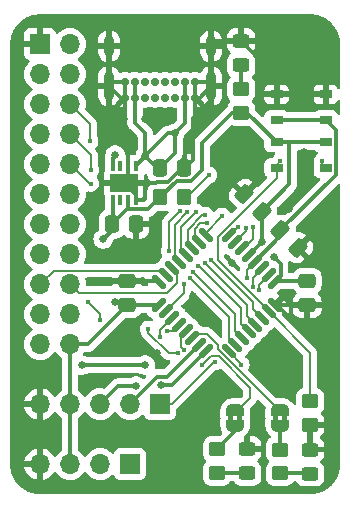
<source format=gbr>
%TF.GenerationSoftware,KiCad,Pcbnew,7.0.7*%
%TF.CreationDate,2024-08-30T14:39:58-05:00*%
%TF.ProjectId,ex4,6578342e-6b69-4636-9164-5f7063625858,rev?*%
%TF.SameCoordinates,Original*%
%TF.FileFunction,Copper,L1,Top*%
%TF.FilePolarity,Positive*%
%FSLAX46Y46*%
G04 Gerber Fmt 4.6, Leading zero omitted, Abs format (unit mm)*
G04 Created by KiCad (PCBNEW 7.0.7) date 2024-08-30 14:39:58*
%MOMM*%
%LPD*%
G01*
G04 APERTURE LIST*
G04 Aperture macros list*
%AMRoundRect*
0 Rectangle with rounded corners*
0 $1 Rounding radius*
0 $2 $3 $4 $5 $6 $7 $8 $9 X,Y pos of 4 corners*
0 Add a 4 corners polygon primitive as box body*
4,1,4,$2,$3,$4,$5,$6,$7,$8,$9,$2,$3,0*
0 Add four circle primitives for the rounded corners*
1,1,$1+$1,$2,$3*
1,1,$1+$1,$4,$5*
1,1,$1+$1,$6,$7*
1,1,$1+$1,$8,$9*
0 Add four rect primitives between the rounded corners*
20,1,$1+$1,$2,$3,$4,$5,0*
20,1,$1+$1,$4,$5,$6,$7,0*
20,1,$1+$1,$6,$7,$8,$9,0*
20,1,$1+$1,$8,$9,$2,$3,0*%
%AMFreePoly0*
4,1,19,0.500000,-0.750000,0.000000,-0.750000,0.000000,-0.744911,-0.071157,-0.744911,-0.207708,-0.704816,-0.327430,-0.627875,-0.420627,-0.520320,-0.479746,-0.390866,-0.500000,-0.250000,-0.500000,0.250000,-0.479746,0.390866,-0.420627,0.520320,-0.327430,0.627875,-0.207708,0.704816,-0.071157,0.744911,0.000000,0.744911,0.000000,0.750000,0.500000,0.750000,0.500000,-0.750000,0.500000,-0.750000,
$1*%
%AMFreePoly1*
4,1,19,0.000000,0.744911,0.071157,0.744911,0.207708,0.704816,0.327430,0.627875,0.420627,0.520320,0.479746,0.390866,0.500000,0.250000,0.500000,-0.250000,0.479746,-0.390866,0.420627,-0.520320,0.327430,-0.627875,0.207708,-0.704816,0.071157,-0.744911,0.000000,-0.744911,0.000000,-0.750000,-0.500000,-0.750000,-0.500000,0.750000,0.000000,0.750000,0.000000,0.744911,0.000000,0.744911,
$1*%
G04 Aperture macros list end*
%TA.AperFunction,ComponentPad*%
%ADD10C,0.700000*%
%TD*%
%TA.AperFunction,ComponentPad*%
%ADD11O,0.900000X1.700000*%
%TD*%
%TA.AperFunction,ComponentPad*%
%ADD12O,0.900000X2.400000*%
%TD*%
%TA.AperFunction,SMDPad,CuDef*%
%ADD13R,2.400000X1.650000*%
%TD*%
%TA.AperFunction,SMDPad,CuDef*%
%ADD14RoundRect,0.087500X0.087500X-0.337500X0.087500X0.337500X-0.087500X0.337500X-0.087500X-0.337500X0*%
%TD*%
%TA.AperFunction,SMDPad,CuDef*%
%ADD15RoundRect,0.125000X-0.353553X0.530330X-0.530330X0.353553X0.353553X-0.530330X0.530330X-0.353553X0*%
%TD*%
%TA.AperFunction,SMDPad,CuDef*%
%ADD16RoundRect,0.125000X0.353553X0.530330X-0.530330X-0.353553X-0.353553X-0.530330X0.530330X0.353553X0*%
%TD*%
%TA.AperFunction,SMDPad,CuDef*%
%ADD17R,1.050000X0.650000*%
%TD*%
%TA.AperFunction,SMDPad,CuDef*%
%ADD18RoundRect,0.250000X-0.450000X0.350000X-0.450000X-0.350000X0.450000X-0.350000X0.450000X0.350000X0*%
%TD*%
%TA.AperFunction,SMDPad,CuDef*%
%ADD19RoundRect,0.250000X0.450000X-0.350000X0.450000X0.350000X-0.450000X0.350000X-0.450000X-0.350000X0*%
%TD*%
%TA.AperFunction,SMDPad,CuDef*%
%ADD20RoundRect,0.250000X-0.350000X-0.450000X0.350000X-0.450000X0.350000X0.450000X-0.350000X0.450000X0*%
%TD*%
%TA.AperFunction,SMDPad,CuDef*%
%ADD21FreePoly0,90.000000*%
%TD*%
%TA.AperFunction,SMDPad,CuDef*%
%ADD22FreePoly1,90.000000*%
%TD*%
%TA.AperFunction,ComponentPad*%
%ADD23R,1.700000X1.700000*%
%TD*%
%TA.AperFunction,ComponentPad*%
%ADD24O,1.700000X1.700000*%
%TD*%
%TA.AperFunction,SMDPad,CuDef*%
%ADD25RoundRect,0.250000X-0.450000X0.325000X-0.450000X-0.325000X0.450000X-0.325000X0.450000X0.325000X0*%
%TD*%
%TA.AperFunction,SMDPad,CuDef*%
%ADD26RoundRect,0.250000X0.475000X-0.337500X0.475000X0.337500X-0.475000X0.337500X-0.475000X-0.337500X0*%
%TD*%
%TA.AperFunction,SMDPad,CuDef*%
%ADD27RoundRect,0.250000X0.574524X0.097227X0.097227X0.574524X-0.574524X-0.097227X-0.097227X-0.574524X0*%
%TD*%
%TA.AperFunction,SMDPad,CuDef*%
%ADD28RoundRect,0.250000X-0.475000X0.337500X-0.475000X-0.337500X0.475000X-0.337500X0.475000X0.337500X0*%
%TD*%
%TA.AperFunction,SMDPad,CuDef*%
%ADD29RoundRect,0.250000X-0.574524X-0.097227X-0.097227X-0.574524X0.574524X0.097227X0.097227X0.574524X0*%
%TD*%
%TA.AperFunction,SMDPad,CuDef*%
%ADD30RoundRect,0.250000X-0.337500X-0.475000X0.337500X-0.475000X0.337500X0.475000X-0.337500X0.475000X0*%
%TD*%
%TA.AperFunction,ViaPad*%
%ADD31C,0.650000*%
%TD*%
%TA.AperFunction,ViaPad*%
%ADD32C,0.400000*%
%TD*%
%TA.AperFunction,Conductor*%
%ADD33C,0.300000*%
%TD*%
%TA.AperFunction,Conductor*%
%ADD34C,0.150000*%
%TD*%
G04 APERTURE END LIST*
%TA.AperFunction,EtchedComponent*%
%TO.C,JP2*%
G36*
X39170000Y-54759000D02*
G01*
X38770000Y-54759000D01*
X38770000Y-54259000D01*
X39170000Y-54259000D01*
X39170000Y-54759000D01*
G37*
%TD.AperFunction*%
%TA.AperFunction,EtchedComponent*%
G36*
X39970000Y-54759000D02*
G01*
X39570000Y-54759000D01*
X39570000Y-54259000D01*
X39970000Y-54259000D01*
X39970000Y-54759000D01*
G37*
%TD.AperFunction*%
%TA.AperFunction,EtchedComponent*%
%TO.C,JP1*%
G36*
X36160000Y-54757000D02*
G01*
X35760000Y-54757000D01*
X35760000Y-54257000D01*
X36160000Y-54257000D01*
X36160000Y-54757000D01*
G37*
%TD.AperFunction*%
%TA.AperFunction,EtchedComponent*%
G36*
X35360000Y-54757000D02*
G01*
X34960000Y-54757000D01*
X34960000Y-54257000D01*
X35360000Y-54257000D01*
X35360000Y-54757000D01*
G37*
%TD.AperFunction*%
%TD*%
D10*
%TO.P,J1,A1,GND*%
%TO.N,GND*%
X32178000Y-27396000D03*
%TO.P,J1,A4,VBUS*%
%TO.N,VBUS*%
X31328000Y-27396000D03*
%TO.P,J1,A5,CC1*%
%TO.N,unconnected-(J1-CC1-PadA5)*%
X30478000Y-27396000D03*
%TO.P,J1,A6,D+*%
%TO.N,unconnected-(J1-D+-PadA6)*%
X29628000Y-27396000D03*
%TO.P,J1,A7,D-*%
%TO.N,unconnected-(J1-D--PadA7)*%
X28778000Y-27396000D03*
%TO.P,J1,A8,SBU1*%
%TO.N,unconnected-(J1-SBU1-PadA8)*%
X27928000Y-27396000D03*
%TO.P,J1,A9,VBUS*%
%TO.N,VBUS*%
X27078000Y-27396000D03*
%TO.P,J1,A12,GND*%
%TO.N,GND*%
X26228000Y-27396000D03*
%TO.P,J1,B1,GND*%
X26228000Y-26046000D03*
%TO.P,J1,B4,VBUS*%
%TO.N,VBUS*%
X27078000Y-26046000D03*
%TO.P,J1,B5,CC2*%
%TO.N,unconnected-(J1-CC2-PadB5)*%
X27928000Y-26046000D03*
%TO.P,J1,B6,D+*%
%TO.N,unconnected-(J1-D+-PadB6)*%
X28778000Y-26046000D03*
%TO.P,J1,B7,D-*%
%TO.N,unconnected-(J1-D--PadB7)*%
X29628000Y-26046000D03*
%TO.P,J1,B8,SBU2*%
%TO.N,unconnected-(J1-SBU2-PadB8)*%
X30478000Y-26046000D03*
%TO.P,J1,B9,VBUS*%
%TO.N,VBUS*%
X31328000Y-26046000D03*
%TO.P,J1,B12,GND*%
%TO.N,GND*%
X32178000Y-26046000D03*
D11*
%TO.P,J1,S1,SHIELD*%
X24878000Y-23036000D03*
X33528000Y-23036000D03*
D12*
X24878000Y-26416000D03*
X33528000Y-26416000D03*
%TD*%
D13*
%TO.P,U2,9,PAD*%
%TO.N,GND*%
X26162000Y-34618000D03*
D14*
%TO.P,U2,8,IN*%
%TO.N,VBUS*%
X25187000Y-33168000D03*
%TO.P,U2,7,NC*%
%TO.N,unconnected-(U2-NC-Pad7)*%
X25837000Y-33168000D03*
%TO.P,U2,6,GND*%
%TO.N,GND*%
X26487000Y-33168000D03*
%TO.P,U2,5,EN*%
%TO.N,VBUS*%
X27137000Y-33168000D03*
%TO.P,U2,4,GND*%
%TO.N,GND*%
X27137000Y-36068000D03*
%TO.P,U2,3,SNS*%
%TO.N,+3V3*%
X26487000Y-36068000D03*
%TO.P,U2,2,NC*%
%TO.N,unconnected-(U2-NC-Pad2)*%
X25837000Y-36068000D03*
%TO.P,U2,1,OUT*%
%TO.N,+3V3*%
X25187000Y-36068000D03*
%TD*%
D15*
%TO.P,U1,32,VSS*%
%TO.N,GND*%
X38968070Y-44914272D03*
%TO.P,U1,31,BOOT0*%
%TO.N,BOOT0*%
X38402384Y-45479957D03*
%TO.P,U1,30,PB7*%
%TO.N,PB7*%
X37836699Y-46045643D03*
%TO.P,U1,29,PB6*%
%TO.N,PB6*%
X37271014Y-46611328D03*
%TO.P,U1,28,PB5*%
%TO.N,PB5*%
X36705328Y-47177014D03*
%TO.P,U1,27,PB4*%
%TO.N,PB4*%
X36139643Y-47742699D03*
%TO.P,U1,26,PB3*%
%TO.N,PB3*%
X35573957Y-48308384D03*
%TO.P,U1,25,PA15*%
%TO.N,PA15*%
X35008272Y-48874070D03*
D16*
%TO.P,U1,24,PA14*%
%TO.N,SWCLK*%
X33063728Y-48874070D03*
%TO.P,U1,23,PA13*%
%TO.N,SWDIO*%
X32498043Y-48308384D03*
%TO.P,U1,22,PA12*%
%TO.N,USER_LED_2*%
X31932357Y-47742699D03*
%TO.P,U1,21,PA11*%
%TO.N,USER_LED_1*%
X31366672Y-47177014D03*
%TO.P,U1,20,PA10*%
%TO.N,I2C1_SDA*%
X30800986Y-46611328D03*
%TO.P,U1,19,PA9*%
%TO.N,I2C1_SCL*%
X30235301Y-46045643D03*
%TO.P,U1,18,PA8*%
%TO.N,PA8*%
X29669616Y-45479957D03*
%TO.P,U1,17,VDD*%
%TO.N,+3V3*%
X29103930Y-44914272D03*
D15*
%TO.P,U1,16,VSS*%
%TO.N,GND*%
X29103930Y-42969728D03*
%TO.P,U1,15,PB1*%
%TO.N,PB1*%
X29669616Y-42404043D03*
%TO.P,U1,14,PB0*%
%TO.N,PB0*%
X30235301Y-41838357D03*
%TO.P,U1,13,PA7*%
%TO.N,PA7*%
X30800986Y-41272672D03*
%TO.P,U1,12,PA6*%
%TO.N,PA6*%
X31366672Y-40706986D03*
%TO.P,U1,11,PA5*%
%TO.N,PA5*%
X31932357Y-40141301D03*
%TO.P,U1,10,PA4*%
%TO.N,PA4*%
X32498043Y-39575616D03*
%TO.P,U1,9,PA3*%
%TO.N,PA3*%
X33063728Y-39009930D03*
D16*
%TO.P,U1,8,PA2*%
%TO.N,PA2*%
X35008272Y-39009930D03*
%TO.P,U1,7,PA1*%
%TO.N,PA1*%
X35573957Y-39575616D03*
%TO.P,U1,6,PA0*%
%TO.N,PA0*%
X36139643Y-40141301D03*
%TO.P,U1,5,VDDA*%
%TO.N,+3V3*%
X36705328Y-40706986D03*
%TO.P,U1,4,NRST*%
%TO.N,NRST*%
X37271014Y-41272672D03*
%TO.P,U1,3,PC15*%
%TO.N,PC15*%
X37836699Y-41838357D03*
%TO.P,U1,2,PC14*%
%TO.N,PC14*%
X38402384Y-42404043D03*
%TO.P,U1,1,VDD*%
%TO.N,+3V3*%
X38968070Y-42969728D03*
%TD*%
D17*
%TO.P,SW2,1,1*%
%TO.N,BOOT0*%
X43223000Y-33333000D03*
X39073000Y-33333000D03*
%TO.P,SW2,2,2*%
%TO.N,+3V3*%
X39073000Y-31183000D03*
X43223000Y-31183000D03*
%TD*%
%TO.P,SW1,1,1*%
%TO.N,GND*%
X39073000Y-27119000D03*
X43223000Y-27119000D03*
%TO.P,SW1,2,2*%
%TO.N,NRST*%
X43223000Y-29269000D03*
X39073000Y-29269000D03*
%TD*%
D18*
%TO.P,R5,1*%
%TO.N,Net-(JP2-A)*%
X39370000Y-57191000D03*
%TO.P,R5,2*%
%TO.N,Net-(D3-A)*%
X39370000Y-59191000D03*
%TD*%
%TO.P,R4,1*%
%TO.N,Net-(JP1-A)*%
X34036000Y-57159000D03*
%TO.P,R4,2*%
%TO.N,Net-(D2-A)*%
X34036000Y-59159000D03*
%TD*%
D19*
%TO.P,R3,1*%
%TO.N,+3V3*%
X36068000Y-28686000D03*
%TO.P,R3,2*%
%TO.N,Net-(D1-A)*%
X36068000Y-26686000D03*
%TD*%
D18*
%TO.P,R2,1*%
%TO.N,BOOT0*%
X41910000Y-53086000D03*
%TO.P,R2,2*%
%TO.N,GND*%
X41910000Y-55086000D03*
%TD*%
D20*
%TO.P,R1,2*%
%TO.N,NRST*%
X31226000Y-35814000D03*
%TO.P,R1,1*%
%TO.N,+3V3*%
X29226000Y-35814000D03*
%TD*%
D21*
%TO.P,JP2,1,A*%
%TO.N,Net-(JP2-A)*%
X39370000Y-55159000D03*
D22*
%TO.P,JP2,2,B*%
%TO.N,USER_LED_2*%
X39370000Y-53859000D03*
%TD*%
%TO.P,JP1,2,B*%
%TO.N,USER_LED_1*%
X35560000Y-53857000D03*
D21*
%TO.P,JP1,1,A*%
%TO.N,Net-(JP1-A)*%
X35560000Y-55157000D03*
%TD*%
D23*
%TO.P,J4,1,Pin_1*%
%TO.N,GND*%
X19050000Y-22860000D03*
D24*
%TO.P,J4,2,Pin_2*%
%TO.N,PA0*%
X21590000Y-22860000D03*
%TO.P,J4,3,Pin_3*%
%TO.N,PA1*%
X19050000Y-25400000D03*
%TO.P,J4,4,Pin_4*%
%TO.N,PA2*%
X21590000Y-25400000D03*
%TO.P,J4,5,Pin_5*%
%TO.N,PA3*%
X19050000Y-27940000D03*
%TO.P,J4,6,Pin_6*%
%TO.N,PA4*%
X21590000Y-27940000D03*
%TO.P,J4,7,Pin_7*%
%TO.N,PA5*%
X19050000Y-30480000D03*
%TO.P,J4,8,Pin_8*%
%TO.N,PA6*%
X21590000Y-30480000D03*
%TO.P,J4,9,Pin_9*%
%TO.N,PA7*%
X19050000Y-33020000D03*
%TO.P,J4,10,Pin_10*%
%TO.N,PA8*%
X21590000Y-33020000D03*
%TO.P,J4,11,Pin_11*%
%TO.N,PA15*%
X19050000Y-35560000D03*
%TO.P,J4,12,Pin_12*%
%TO.N,PB7*%
X21590000Y-35560000D03*
%TO.P,J4,13,Pin_13*%
%TO.N,PB6*%
X19050000Y-38100000D03*
%TO.P,J4,14,Pin_14*%
%TO.N,PB5*%
X21590000Y-38100000D03*
%TO.P,J4,15,Pin_15*%
%TO.N,PB4*%
X19050000Y-40640000D03*
%TO.P,J4,16,Pin_16*%
%TO.N,PB3*%
X21590000Y-40640000D03*
%TO.P,J4,17,Pin_17*%
%TO.N,PB1*%
X19050000Y-43180000D03*
%TO.P,J4,18,Pin_18*%
%TO.N,PB0*%
X21590000Y-43180000D03*
%TO.P,J4,19,Pin_19*%
%TO.N,PC15*%
X19050000Y-45720000D03*
%TO.P,J4,20,Pin_20*%
%TO.N,PC14*%
X21590000Y-45720000D03*
%TO.P,J4,21,Pin_21*%
%TO.N,VBUS*%
X19050000Y-48260000D03*
%TO.P,J4,22,Pin_22*%
%TO.N,+3V3*%
X21590000Y-48260000D03*
%TD*%
D23*
%TO.P,J3,1,Pin_1*%
%TO.N,I2C1_SCL*%
X26670000Y-58420000D03*
D24*
%TO.P,J3,2,Pin_2*%
%TO.N,I2C1_SDA*%
X24130000Y-58420000D03*
%TO.P,J3,3,Pin_3*%
%TO.N,+3V3*%
X21590000Y-58420000D03*
%TO.P,J3,4,Pin_4*%
%TO.N,GND*%
X19050000Y-58420000D03*
%TD*%
D23*
%TO.P,J2,1,Pin_1*%
%TO.N,NRST*%
X29210000Y-53340000D03*
D24*
%TO.P,J2,2,Pin_2*%
%TO.N,SWDIO*%
X26670000Y-53340000D03*
%TO.P,J2,3,Pin_3*%
%TO.N,SWCLK*%
X24130000Y-53340000D03*
%TO.P,J2,4,Pin_4*%
%TO.N,+3V3*%
X21590000Y-53340000D03*
%TO.P,J2,5,Pin_5*%
%TO.N,GND*%
X19050000Y-53340000D03*
%TD*%
D25*
%TO.P,D3,1,K*%
%TO.N,GND*%
X41910000Y-57182000D03*
%TO.P,D3,2,A*%
%TO.N,Net-(D3-A)*%
X41910000Y-59232000D03*
%TD*%
%TO.P,D2,1,K*%
%TO.N,GND*%
X36576000Y-57141000D03*
%TO.P,D2,2,A*%
%TO.N,Net-(D2-A)*%
X36576000Y-59191000D03*
%TD*%
%TO.P,D1,1,K*%
%TO.N,GND*%
X36068000Y-22597000D03*
%TO.P,D1,2,A*%
%TO.N,Net-(D1-A)*%
X36068000Y-24647000D03*
%TD*%
D26*
%TO.P,C6,1*%
%TO.N,+3V3*%
X26416000Y-44979500D03*
%TO.P,C6,2*%
%TO.N,GND*%
X26416000Y-42904500D03*
%TD*%
D27*
%TO.P,C5,1*%
%TO.N,+3V3*%
X37817623Y-37055623D03*
%TO.P,C5,2*%
%TO.N,GND*%
X36350377Y-35588377D03*
%TD*%
D28*
%TO.P,C4,1*%
%TO.N,+3V3*%
X41656000Y-42904500D03*
%TO.P,C4,2*%
%TO.N,GND*%
X41656000Y-44979500D03*
%TD*%
D29*
%TO.P,C3,1*%
%TO.N,NRST*%
X39398377Y-38636377D03*
%TO.P,C3,2*%
%TO.N,GND*%
X40865623Y-40103623D03*
%TD*%
D30*
%TO.P,C2,1*%
%TO.N,+3V3*%
X25103000Y-38100000D03*
%TO.P,C2,2*%
%TO.N,GND*%
X27178000Y-38100000D03*
%TD*%
%TO.P,C1,2*%
%TO.N,GND*%
X31263500Y-33348000D03*
%TO.P,C1,1*%
%TO.N,VBUS*%
X29188500Y-33348000D03*
%TD*%
D31*
%TO.N,GND*%
X26162000Y-29210000D03*
X27940000Y-29210000D03*
%TO.N,VBUS*%
X30460000Y-30420000D03*
%TO.N,GND*%
X41402000Y-32004000D03*
X40132000Y-36830000D03*
X27686000Y-42904500D03*
X39878000Y-51816000D03*
X28956000Y-49022000D03*
X33782000Y-46736000D03*
X35306000Y-41402000D03*
X32004000Y-44196000D03*
X28448000Y-40386000D03*
X26670000Y-47498000D03*
X22606000Y-51562000D03*
X19050000Y-55880000D03*
X24130000Y-55880000D03*
X31750000Y-53086000D03*
X40132000Y-45974000D03*
X41402000Y-38100000D03*
X37592000Y-34036000D03*
D32*
%TO.N,BOOT0*%
X42926000Y-32766000D03*
X39370000Y-32766000D03*
D31*
%TO.N,VBUS*%
X22606000Y-50038000D03*
X27940000Y-50038000D03*
D32*
%TO.N,NRST*%
X33355523Y-33954477D03*
D31*
%TO.N,+3V3*%
X25400000Y-44704000D03*
X24384000Y-39370000D03*
X37817623Y-39594691D03*
X38862000Y-40894000D03*
D32*
%TO.N,NRST*%
X36576000Y-42672000D03*
X33895860Y-49750500D03*
%TO.N,PA8*%
X31242000Y-43180000D03*
%TO.N,PB3*%
X31735894Y-42700212D03*
%TO.N,PB4*%
X32004000Y-42164000D03*
%TO.N,PB5*%
X32455576Y-41684212D03*
%TO.N,PB6*%
X32991788Y-41416106D03*
%TO.N,PA15*%
X23116523Y-44701477D03*
X24130000Y-46194500D03*
X28194000Y-46990000D03*
X36084392Y-50021608D03*
X30705788Y-49036106D03*
%TO.N,PB7*%
X33528000Y-41148000D03*
%TO.N,PA8*%
X23324227Y-34663273D03*
X30902149Y-37001879D03*
X29961842Y-40386000D03*
%TO.N,PA7*%
X31496000Y-37084000D03*
%TO.N,PA6*%
X23368000Y-33528000D03*
X32258000Y-37084000D03*
%TO.N,PA5*%
X33020000Y-37338000D03*
%TO.N,PA4*%
X23286477Y-31069523D03*
X33192477Y-38018477D03*
%TO.N,PA3*%
X34468990Y-37413010D03*
%TO.N,PA2*%
X35814000Y-38354000D03*
%TO.N,PA1*%
X36490149Y-38436121D03*
%TO.N,PA0*%
X37084000Y-38354000D03*
%TO.N,USER_LED_1*%
X32766000Y-50038000D03*
X31242000Y-48768000D03*
D31*
%TO.N,SWCLK*%
X27178000Y-51816000D03*
D32*
%TO.N,I2C1_SCL*%
X29210000Y-47637928D03*
%TO.N,I2C1_SDA*%
X29788561Y-47163428D03*
D31*
%TO.N,VBUS*%
X27960000Y-32345000D03*
X25400000Y-32258000D03*
D32*
%TO.N,PC15*%
X37055788Y-43419894D03*
%TO.N,PC14*%
X37592000Y-43688000D03*
D31*
%TO.N,SWCLK*%
X29305944Y-51728500D03*
%TD*%
D33*
%TO.N,GND*%
X26228000Y-29276000D02*
X26228000Y-30188000D01*
X26162000Y-29210000D02*
X26228000Y-29276000D01*
X26228000Y-29144000D02*
X26162000Y-29210000D01*
X32548000Y-27396000D02*
X33528000Y-26416000D01*
X32178000Y-27396000D02*
X32548000Y-27396000D01*
X33158000Y-26046000D02*
X33528000Y-26416000D01*
X32178000Y-26046000D02*
X33158000Y-26046000D01*
X25248000Y-26046000D02*
X24878000Y-26416000D01*
X26228000Y-26046000D02*
X25248000Y-26046000D01*
X25858000Y-27396000D02*
X24878000Y-26416000D01*
X26228000Y-27396000D02*
X25858000Y-27396000D01*
X33528000Y-27592000D02*
X33528000Y-26416000D01*
X32178000Y-28942000D02*
X33528000Y-27592000D01*
X32178000Y-28942000D02*
X32178000Y-27396000D01*
X32010000Y-29110000D02*
X32178000Y-28942000D01*
X32178000Y-26046000D02*
X32178000Y-27396000D01*
X26228000Y-30188000D02*
X26460000Y-30420000D01*
X26228000Y-27396000D02*
X26228000Y-29144000D01*
X26228000Y-26046000D02*
X26228000Y-27396000D01*
X24878000Y-28838000D02*
X24878000Y-26416000D01*
X26460000Y-30420000D02*
X24878000Y-28838000D01*
X26460000Y-33141000D02*
X26460000Y-30420000D01*
X26487000Y-33168000D02*
X26460000Y-33141000D01*
%TO.N,VBUS*%
X30460000Y-30420000D02*
X29885000Y-30420000D01*
X29885000Y-30420000D02*
X27960000Y-32345000D01*
X27078000Y-29538000D02*
X27960000Y-30420000D01*
X27078000Y-27396000D02*
X27078000Y-29538000D01*
X27078000Y-26046000D02*
X27078000Y-27396000D01*
X31328000Y-27396000D02*
X31328000Y-26046000D01*
X30460000Y-30420000D02*
X31328000Y-29552000D01*
X31328000Y-29552000D02*
X31328000Y-27396000D01*
%TO.N,GND*%
X28844183Y-34618000D02*
X28194000Y-34618000D01*
X28194000Y-34618000D02*
X27432000Y-34618000D01*
X27940000Y-35814000D02*
X27940000Y-34872000D01*
X27940000Y-34872000D02*
X28194000Y-34618000D01*
X27686000Y-36068000D02*
X27940000Y-35814000D01*
X27137000Y-36068000D02*
X27686000Y-36068000D01*
X27137000Y-36068000D02*
X27137000Y-34913000D01*
X27432000Y-34618000D02*
X26162000Y-34618000D01*
X27137000Y-34913000D02*
X27432000Y-34618000D01*
X28918183Y-34544000D02*
X28844183Y-34618000D01*
X31055604Y-33348000D02*
X31263500Y-33348000D01*
X29859604Y-34544000D02*
X31055604Y-33348000D01*
X28918183Y-34544000D02*
X29859604Y-34544000D01*
X26416000Y-42904500D02*
X29038702Y-42904500D01*
X29038702Y-42904500D02*
X29103930Y-42969728D01*
D34*
%TO.N,BOOT0*%
X42926000Y-33036000D02*
X43223000Y-33333000D01*
X42926000Y-32766000D02*
X42926000Y-33036000D01*
X39073000Y-33063000D02*
X39370000Y-32766000D01*
X39073000Y-33333000D02*
X39073000Y-33063000D01*
D33*
%TO.N,VBUS*%
X23490000Y-50038000D02*
X22606000Y-50038000D01*
X27940000Y-50038000D02*
X23490000Y-50038000D01*
D34*
%TO.N,NRST*%
X31496000Y-35814000D02*
X31226000Y-35814000D01*
X33355523Y-33954477D02*
X31496000Y-35814000D01*
D33*
%TO.N,+3V3*%
X31849528Y-34423000D02*
X30617000Y-34423000D01*
X35322000Y-28686000D02*
X32766000Y-31242000D01*
X30617000Y-34423000D02*
X29226000Y-35814000D01*
X36068000Y-28686000D02*
X35322000Y-28686000D01*
X32766000Y-31242000D02*
X32766000Y-33506528D01*
X32766000Y-33506528D02*
X31849528Y-34423000D01*
X26140500Y-44704000D02*
X26416000Y-44979500D01*
X25400000Y-44704000D02*
X26140500Y-44704000D01*
X25103000Y-38651000D02*
X24384000Y-39370000D01*
X25103000Y-38100000D02*
X25103000Y-38651000D01*
X37817623Y-37055623D02*
X40132000Y-34741246D01*
X39073000Y-31183000D02*
X40132000Y-31183000D01*
X40132000Y-31183000D02*
X43223000Y-31183000D01*
X40132000Y-34741246D02*
X40132000Y-31183000D01*
X39407714Y-41439714D02*
X38862000Y-40894000D01*
X39407714Y-42530084D02*
X39407714Y-41439714D01*
X38968070Y-42969728D02*
X39407714Y-42530084D01*
D34*
%TO.N,NRST*%
X36576000Y-41967686D02*
X37271014Y-41272672D01*
X36576000Y-42672000D02*
X36576000Y-41967686D01*
X33782000Y-49768000D02*
X33878360Y-49768000D01*
X30210000Y-53340000D02*
X33782000Y-49768000D01*
X33878360Y-49768000D02*
X33895860Y-49750500D01*
X29210000Y-53340000D02*
X30210000Y-53340000D01*
%TO.N,PA8*%
X31242000Y-43907573D02*
X31242000Y-43180000D01*
X29669616Y-45479957D02*
X31242000Y-43907573D01*
%TO.N,PB3*%
X31778212Y-42700212D02*
X31735894Y-42700212D01*
X32004000Y-42926000D02*
X31778212Y-42700212D01*
X35052000Y-45974000D02*
X32004000Y-42926000D01*
X35052000Y-47786427D02*
X35052000Y-45974000D01*
X35573957Y-48308384D02*
X35052000Y-47786427D01*
%TO.N,PB4*%
X35560000Y-47163056D02*
X36139643Y-47742699D01*
X35560000Y-45720000D02*
X35560000Y-47163056D01*
X32004000Y-42164000D02*
X35560000Y-45720000D01*
%TO.N,PB5*%
X32540212Y-41684212D02*
X32455576Y-41684212D01*
X36068000Y-45212000D02*
X32540212Y-41684212D01*
X36068000Y-46539686D02*
X36068000Y-45212000D01*
X36705328Y-47177014D02*
X36068000Y-46539686D01*
%TO.N,PB6*%
X36576000Y-45916314D02*
X37271014Y-46611328D01*
X36576000Y-44958000D02*
X36576000Y-45916314D01*
X33034106Y-41416106D02*
X36576000Y-44958000D01*
X32991788Y-41416106D02*
X33034106Y-41416106D01*
%TO.N,PA15*%
X24130000Y-45714954D02*
X23116523Y-44701477D01*
X24130000Y-46194500D02*
X24130000Y-45714954D01*
X28194000Y-47293680D02*
X28194000Y-46990000D01*
X29936426Y-49036106D02*
X28194000Y-47293680D01*
X30705788Y-49036106D02*
X29936426Y-49036106D01*
X36084392Y-49950190D02*
X36084392Y-50021608D01*
X35008272Y-48874070D02*
X36084392Y-49950190D01*
%TO.N,PB7*%
X37084000Y-44704000D02*
X33528000Y-41148000D01*
X37084000Y-45292944D02*
X37084000Y-44704000D01*
X37836699Y-46045643D02*
X37084000Y-45292944D01*
%TO.N,PA8*%
X23324227Y-34663273D02*
X23233273Y-34663273D01*
X23233273Y-34663273D02*
X21590000Y-33020000D01*
X29961842Y-37942186D02*
X30902149Y-37001879D01*
X29961842Y-40386000D02*
X29961842Y-37942186D01*
%TO.N,PA7*%
X30436342Y-38143658D02*
X31496000Y-37084000D01*
X30436342Y-40908028D02*
X30436342Y-38143658D01*
X30800986Y-41272672D02*
X30436342Y-40908028D01*
%TO.N,PA6*%
X23368000Y-33528000D02*
X23368000Y-32258000D01*
X23368000Y-32258000D02*
X21590000Y-30480000D01*
X31002027Y-38339973D02*
X32258000Y-37084000D01*
X31366672Y-40706986D02*
X31002027Y-40342341D01*
X31002027Y-40342341D02*
X31002027Y-38339973D01*
%TO.N,PA5*%
X32791115Y-37338000D02*
X33020000Y-37338000D01*
X31567713Y-38561402D02*
X32791115Y-37338000D01*
X31567713Y-39776657D02*
X31567713Y-38561402D01*
X31932357Y-40141301D02*
X31567713Y-39776657D01*
%TO.N,PA4*%
X23286477Y-29636477D02*
X21590000Y-27940000D01*
X23286477Y-31069523D02*
X23286477Y-29636477D01*
X32605612Y-38018477D02*
X33192477Y-38018477D01*
X32133398Y-38490691D02*
X32605612Y-38018477D01*
X32133398Y-39210971D02*
X32133398Y-38490691D01*
X32498043Y-39575616D02*
X32133398Y-39210971D01*
%TO.N,PA3*%
X34468990Y-37413010D02*
X33063728Y-38818272D01*
X33063728Y-38818272D02*
X33063728Y-39009930D01*
%TO.N,PA2*%
X35158070Y-39009930D02*
X35814000Y-38354000D01*
X35008272Y-39009930D02*
X35158070Y-39009930D01*
%TO.N,PA1*%
X36490149Y-38659424D02*
X35573957Y-39575616D01*
X36490149Y-38436121D02*
X36490149Y-38659424D01*
%TO.N,PA0*%
X36312699Y-40141301D02*
X37084000Y-39370000D01*
X37084000Y-39370000D02*
X37084000Y-38354000D01*
X36139643Y-40141301D02*
X36312699Y-40141301D01*
%TO.N,PB1*%
X20190602Y-42039398D02*
X19050000Y-43180000D01*
X29304971Y-42039398D02*
X20190602Y-42039398D01*
X29669616Y-42404043D02*
X29304971Y-42039398D01*
%TO.N,PB0*%
X30599946Y-42203002D02*
X30235301Y-41838357D01*
X29759942Y-43900058D02*
X30599946Y-43060054D01*
X30599946Y-43060054D02*
X30599946Y-42203002D01*
X22310058Y-43900058D02*
X29759942Y-43900058D01*
X21590000Y-43180000D02*
X22310058Y-43900058D01*
D33*
%TO.N,Net-(D3-A)*%
X41869000Y-59191000D02*
X41910000Y-59232000D01*
X39370000Y-59191000D02*
X41869000Y-59191000D01*
%TO.N,Net-(D2-A)*%
X36544000Y-59159000D02*
X36576000Y-59191000D01*
X34036000Y-59159000D02*
X36544000Y-59159000D01*
%TO.N,Net-(JP2-A)*%
X39370000Y-55159000D02*
X39370000Y-57191000D01*
%TO.N,Net-(JP1-A)*%
X35560000Y-55635000D02*
X34036000Y-57159000D01*
X35560000Y-55157000D02*
X35560000Y-55635000D01*
D34*
%TO.N,USER_LED_1*%
X35805000Y-53857000D02*
X35560000Y-53857000D01*
X36830000Y-52832000D02*
X35805000Y-53857000D01*
X36830000Y-51933235D02*
X36830000Y-52832000D01*
X34172765Y-49276000D02*
X36830000Y-51933235D01*
X33528000Y-49276000D02*
X34172765Y-49276000D01*
X32766000Y-50038000D02*
X33528000Y-49276000D01*
X31002027Y-48528027D02*
X31242000Y-48768000D01*
X31002027Y-47541659D02*
X31002027Y-48528027D01*
X31366672Y-47177014D02*
X31002027Y-47541659D01*
%TO.N,USER_LED_2*%
X33154054Y-47378054D02*
X32297002Y-47378054D01*
X32297002Y-47378054D02*
X31932357Y-47742699D01*
X34077942Y-48686203D02*
X34077942Y-48301942D01*
X34077942Y-48301942D02*
X33154054Y-47378054D01*
X39370000Y-53859000D02*
X39250739Y-53859000D01*
X39250739Y-53859000D02*
X34077942Y-48686203D01*
%TO.N,BOOT0*%
X41910000Y-48987573D02*
X38402384Y-45479957D01*
X41910000Y-53086000D02*
X41910000Y-48987573D01*
D33*
%TO.N,SWCLK*%
X25654000Y-51816000D02*
X24130000Y-53340000D01*
X27178000Y-51816000D02*
X25654000Y-51816000D01*
D34*
%TO.N,I2C1_SCL*%
X29210000Y-47070944D02*
X29210000Y-47637928D01*
X30235301Y-46045643D02*
X29210000Y-47070944D01*
%TO.N,I2C1_SDA*%
X30248886Y-47163428D02*
X29788561Y-47163428D01*
X30800986Y-46611328D02*
X30248886Y-47163428D01*
D33*
%TO.N,GND*%
X27137000Y-35593000D02*
X27137000Y-36068000D01*
X26162000Y-34618000D02*
X27137000Y-35593000D01*
X26487000Y-34293000D02*
X26487000Y-33168000D01*
X26162000Y-34618000D02*
X26487000Y-34293000D01*
%TO.N,VBUS*%
X25187000Y-32471000D02*
X25400000Y-32258000D01*
X25187000Y-33168000D02*
X25187000Y-32471000D01*
%TO.N,GND*%
X33737000Y-22597000D02*
X33700000Y-22560000D01*
X36068000Y-22597000D02*
X33737000Y-22597000D01*
X39073000Y-27119000D02*
X43223000Y-27119000D01*
X39073000Y-25602000D02*
X39073000Y-27119000D01*
X36068000Y-22597000D02*
X39073000Y-25602000D01*
%TO.N,Net-(D1-A)*%
X36068000Y-24647000D02*
X36068000Y-26686000D01*
%TO.N,NRST*%
X39073000Y-29269000D02*
X43223000Y-29269000D01*
%TO.N,+3V3*%
X28197000Y-36843000D02*
X29226000Y-35814000D01*
X26614000Y-36843000D02*
X28197000Y-36843000D01*
X26487000Y-36716000D02*
X26614000Y-36843000D01*
X26487000Y-36716000D02*
X25103000Y-38100000D01*
X26487000Y-36068000D02*
X26487000Y-36716000D01*
X25187000Y-38016000D02*
X25103000Y-38100000D01*
X25187000Y-36068000D02*
X25187000Y-38016000D01*
%TO.N,GND*%
X31960000Y-32651500D02*
X31960000Y-30420000D01*
X31263500Y-33348000D02*
X31960000Y-32651500D01*
%TO.N,VBUS*%
X30460000Y-32076500D02*
X29188500Y-33348000D01*
X30460000Y-30420000D02*
X30460000Y-32076500D01*
X28963000Y-33348000D02*
X27960000Y-32345000D01*
X29188500Y-33348000D02*
X28963000Y-33348000D01*
X27960000Y-32345000D02*
X27960000Y-30420000D01*
X27137000Y-33168000D02*
X27960000Y-32345000D01*
D34*
%TO.N,PC15*%
X37055788Y-42619268D02*
X37055788Y-43419894D01*
X37836699Y-41838357D02*
X37055788Y-42619268D01*
%TO.N,PC14*%
X37592000Y-43214427D02*
X37592000Y-43688000D01*
X38402384Y-42404043D02*
X37592000Y-43214427D01*
%TO.N,BOOT0*%
X34077942Y-39197797D02*
X39073000Y-34202739D01*
X34077942Y-41155515D02*
X34077942Y-39197797D01*
X38402384Y-45479957D02*
X34077942Y-41155515D01*
X39073000Y-34202739D02*
X39073000Y-33333000D01*
D33*
%TO.N,NRST*%
X44098000Y-30144000D02*
X43223000Y-29269000D01*
X44098000Y-33936754D02*
X44098000Y-30144000D01*
X39398377Y-38636377D02*
X44098000Y-33936754D01*
X39398377Y-39145309D02*
X37271014Y-41272672D01*
X39398377Y-38636377D02*
X39398377Y-39145309D01*
%TO.N,+3V3*%
X23135500Y-48260000D02*
X26416000Y-44979500D01*
X21590000Y-48260000D02*
X23135500Y-48260000D01*
X21590000Y-48260000D02*
X21590000Y-58420000D01*
%TO.N,SWCLK*%
X30209298Y-51728500D02*
X29305944Y-51728500D01*
X33063728Y-48874070D02*
X30209298Y-51728500D01*
%TO.N,SWDIO*%
X28956000Y-51054000D02*
X26670000Y-53340000D01*
X29752427Y-51054000D02*
X28956000Y-51054000D01*
X32498043Y-48308384D02*
X29752427Y-51054000D01*
%TO.N,GND*%
X38968070Y-44914272D02*
X41590772Y-44914272D01*
X41590772Y-44914272D02*
X41656000Y-44979500D01*
%TO.N,+3V3*%
X29038702Y-44979500D02*
X29103930Y-44914272D01*
X26416000Y-44979500D02*
X29038702Y-44979500D01*
X39033298Y-42904500D02*
X38968070Y-42969728D01*
X41656000Y-42904500D02*
X39033298Y-42904500D01*
X37817623Y-39594691D02*
X37817623Y-37055623D01*
X36705328Y-40706986D02*
X37817623Y-39594691D01*
X36576000Y-28686000D02*
X39073000Y-31183000D01*
X36068000Y-28686000D02*
X36576000Y-28686000D01*
%TO.N,GND*%
X32010000Y-30370000D02*
X31960000Y-30420000D01*
X32010000Y-29110000D02*
X32010000Y-30370000D01*
%TD*%
%TA.AperFunction,Conductor*%
%TO.N,GND*%
G36*
X41911737Y-20320598D02*
G01*
X41945041Y-20322467D01*
X42025603Y-20326992D01*
X42197691Y-20337401D01*
X42204297Y-20338160D01*
X42275907Y-20350327D01*
X42340343Y-20361277D01*
X42433462Y-20378340D01*
X42489227Y-20388560D01*
X42495198Y-20389963D01*
X42632032Y-20429384D01*
X42772850Y-20473265D01*
X42778092Y-20475164D01*
X42911420Y-20530391D01*
X43044609Y-20590334D01*
X43049147Y-20592605D01*
X43122221Y-20632991D01*
X43176422Y-20662947D01*
X43176439Y-20662956D01*
X43300935Y-20738217D01*
X43304739Y-20740711D01*
X43422726Y-20824427D01*
X43425072Y-20826176D01*
X43520416Y-20900874D01*
X43538332Y-20914910D01*
X43541409Y-20917486D01*
X43649430Y-21014018D01*
X43651957Y-21016408D01*
X43753590Y-21118041D01*
X43755980Y-21120568D01*
X43852512Y-21228589D01*
X43855088Y-21231666D01*
X43943811Y-21344912D01*
X43945571Y-21347272D01*
X44029287Y-21465259D01*
X44031781Y-21469063D01*
X44107043Y-21593560D01*
X44177393Y-21720851D01*
X44179668Y-21725398D01*
X44239609Y-21858581D01*
X44294831Y-21991899D01*
X44296744Y-21997183D01*
X44319633Y-22070634D01*
X44340631Y-22138021D01*
X44380032Y-22274790D01*
X44381440Y-22280781D01*
X44408722Y-22429656D01*
X44431835Y-22565683D01*
X44432599Y-22572330D01*
X44443012Y-22744475D01*
X44449402Y-22858263D01*
X44449500Y-22861741D01*
X44449500Y-26556743D01*
X44429815Y-26623782D01*
X44377011Y-26669537D01*
X44307853Y-26679481D01*
X44244297Y-26650456D01*
X44209318Y-26600076D01*
X44191354Y-26551913D01*
X44191350Y-26551906D01*
X44105190Y-26436812D01*
X44105187Y-26436809D01*
X43990093Y-26350649D01*
X43990086Y-26350645D01*
X43855379Y-26300403D01*
X43855372Y-26300401D01*
X43795844Y-26294000D01*
X43473000Y-26294000D01*
X43473000Y-27944000D01*
X43795828Y-27944000D01*
X43795844Y-27943999D01*
X43855372Y-27937598D01*
X43855379Y-27937596D01*
X43990086Y-27887354D01*
X43990093Y-27887350D01*
X44105187Y-27801190D01*
X44105190Y-27801187D01*
X44191350Y-27686093D01*
X44191354Y-27686086D01*
X44209318Y-27637923D01*
X44251189Y-27581989D01*
X44316653Y-27557572D01*
X44384926Y-27572423D01*
X44434332Y-27621828D01*
X44449500Y-27681256D01*
X44449500Y-28705314D01*
X44429815Y-28772353D01*
X44377011Y-28818108D01*
X44307853Y-28828052D01*
X44244297Y-28799027D01*
X44209318Y-28748647D01*
X44191797Y-28701671D01*
X44191793Y-28701664D01*
X44105547Y-28586455D01*
X44105544Y-28586452D01*
X43990335Y-28500206D01*
X43990328Y-28500202D01*
X43855482Y-28449908D01*
X43855483Y-28449908D01*
X43795883Y-28443501D01*
X43795881Y-28443500D01*
X43795873Y-28443500D01*
X43795864Y-28443500D01*
X42650129Y-28443500D01*
X42650123Y-28443501D01*
X42590516Y-28449908D01*
X42455671Y-28500202D01*
X42455664Y-28500206D01*
X42333355Y-28591768D01*
X42331560Y-28589370D01*
X42283404Y-28615666D01*
X42257046Y-28618500D01*
X40038954Y-28618500D01*
X39971915Y-28598815D01*
X39962842Y-28591504D01*
X39962645Y-28591768D01*
X39840335Y-28500206D01*
X39840328Y-28500202D01*
X39705482Y-28449908D01*
X39705483Y-28449908D01*
X39645883Y-28443501D01*
X39645881Y-28443500D01*
X39645873Y-28443500D01*
X39645864Y-28443500D01*
X38500129Y-28443500D01*
X38500123Y-28443501D01*
X38440516Y-28449908D01*
X38305671Y-28500202D01*
X38305664Y-28500206D01*
X38190455Y-28586452D01*
X38190452Y-28586455D01*
X38104206Y-28701664D01*
X38104202Y-28701671D01*
X38053908Y-28836517D01*
X38047501Y-28896116D01*
X38047500Y-28896135D01*
X38047500Y-28938192D01*
X38027815Y-29005231D01*
X37975011Y-29050986D01*
X37905853Y-29060930D01*
X37842297Y-29031905D01*
X37835819Y-29025873D01*
X37304818Y-28494872D01*
X37271333Y-28433549D01*
X37268499Y-28407191D01*
X37268499Y-28285998D01*
X37268498Y-28285981D01*
X37257999Y-28183203D01*
X37257998Y-28183200D01*
X37255414Y-28175403D01*
X37202814Y-28016666D01*
X37110712Y-27867344D01*
X37017048Y-27773680D01*
X36983564Y-27712358D01*
X36988548Y-27642666D01*
X37017049Y-27598319D01*
X37057796Y-27557572D01*
X37110712Y-27504656D01*
X37194385Y-27369000D01*
X38048000Y-27369000D01*
X38048000Y-27491844D01*
X38054401Y-27551372D01*
X38054403Y-27551379D01*
X38104645Y-27686086D01*
X38104649Y-27686093D01*
X38190809Y-27801187D01*
X38190812Y-27801190D01*
X38305906Y-27887350D01*
X38305913Y-27887354D01*
X38440620Y-27937596D01*
X38440627Y-27937598D01*
X38500155Y-27943999D01*
X38500172Y-27944000D01*
X38823000Y-27944000D01*
X38823000Y-27369000D01*
X39323000Y-27369000D01*
X39323000Y-27944000D01*
X39645828Y-27944000D01*
X39645844Y-27943999D01*
X39705372Y-27937598D01*
X39705379Y-27937596D01*
X39840086Y-27887354D01*
X39840093Y-27887350D01*
X39955187Y-27801190D01*
X39955190Y-27801187D01*
X40041350Y-27686093D01*
X40041354Y-27686086D01*
X40091596Y-27551379D01*
X40091598Y-27551372D01*
X40097999Y-27491844D01*
X40098000Y-27491827D01*
X40098000Y-27369000D01*
X42198000Y-27369000D01*
X42198000Y-27491844D01*
X42204401Y-27551372D01*
X42204403Y-27551379D01*
X42254645Y-27686086D01*
X42254649Y-27686093D01*
X42340809Y-27801187D01*
X42340812Y-27801190D01*
X42455906Y-27887350D01*
X42455913Y-27887354D01*
X42590620Y-27937596D01*
X42590627Y-27937598D01*
X42650155Y-27943999D01*
X42650172Y-27944000D01*
X42973000Y-27944000D01*
X42973000Y-27369000D01*
X42198000Y-27369000D01*
X40098000Y-27369000D01*
X39323000Y-27369000D01*
X38823000Y-27369000D01*
X38048000Y-27369000D01*
X37194385Y-27369000D01*
X37202814Y-27355334D01*
X37257999Y-27188797D01*
X37268500Y-27086009D01*
X37268500Y-26869000D01*
X38048000Y-26869000D01*
X38823000Y-26869000D01*
X38823000Y-26294000D01*
X39323000Y-26294000D01*
X39323000Y-26869000D01*
X40098000Y-26869000D01*
X42198000Y-26869000D01*
X42973000Y-26869000D01*
X42973000Y-26294000D01*
X42650155Y-26294000D01*
X42590627Y-26300401D01*
X42590620Y-26300403D01*
X42455913Y-26350645D01*
X42455906Y-26350649D01*
X42340812Y-26436809D01*
X42340809Y-26436812D01*
X42254649Y-26551906D01*
X42254645Y-26551913D01*
X42204403Y-26686620D01*
X42204401Y-26686627D01*
X42198000Y-26746155D01*
X42198000Y-26869000D01*
X40098000Y-26869000D01*
X40098000Y-26746172D01*
X40097999Y-26746155D01*
X40091598Y-26686627D01*
X40091596Y-26686620D01*
X40041354Y-26551913D01*
X40041350Y-26551906D01*
X39955190Y-26436812D01*
X39955187Y-26436809D01*
X39840093Y-26350649D01*
X39840086Y-26350645D01*
X39705379Y-26300403D01*
X39705372Y-26300401D01*
X39645844Y-26294000D01*
X39323000Y-26294000D01*
X38823000Y-26294000D01*
X38500155Y-26294000D01*
X38440627Y-26300401D01*
X38440620Y-26300403D01*
X38305913Y-26350645D01*
X38305906Y-26350649D01*
X38190812Y-26436809D01*
X38190809Y-26436812D01*
X38104649Y-26551906D01*
X38104645Y-26551913D01*
X38054403Y-26686620D01*
X38054401Y-26686627D01*
X38048000Y-26746155D01*
X38048000Y-26869000D01*
X37268500Y-26869000D01*
X37268499Y-26285992D01*
X37257999Y-26183203D01*
X37202814Y-26016666D01*
X37110712Y-25867344D01*
X36986656Y-25743288D01*
X36985049Y-25741681D01*
X36951564Y-25680358D01*
X36956548Y-25610666D01*
X36985049Y-25566319D01*
X37046034Y-25505334D01*
X37110712Y-25440656D01*
X37202814Y-25291334D01*
X37257999Y-25124797D01*
X37268500Y-25022009D01*
X37268499Y-24271992D01*
X37265881Y-24246368D01*
X37257999Y-24169203D01*
X37257998Y-24169200D01*
X37243715Y-24126097D01*
X37202814Y-24002666D01*
X37110712Y-23853344D01*
X36986656Y-23729288D01*
X36983342Y-23727243D01*
X36981546Y-23725248D01*
X36980989Y-23724807D01*
X36981064Y-23724711D01*
X36936618Y-23675297D01*
X36925397Y-23606334D01*
X36953240Y-23542252D01*
X36983348Y-23516165D01*
X36986342Y-23514318D01*
X37110315Y-23390345D01*
X37202356Y-23241124D01*
X37202358Y-23241119D01*
X37257505Y-23074697D01*
X37257506Y-23074690D01*
X37267999Y-22971986D01*
X37268000Y-22971973D01*
X37268000Y-22847000D01*
X34868001Y-22847000D01*
X34868001Y-22971986D01*
X34878494Y-23074697D01*
X34933641Y-23241119D01*
X34933643Y-23241124D01*
X35025684Y-23390345D01*
X35149655Y-23514316D01*
X35149659Y-23514319D01*
X35152656Y-23516168D01*
X35154279Y-23517972D01*
X35155323Y-23518798D01*
X35155181Y-23518976D01*
X35199381Y-23568116D01*
X35210602Y-23637079D01*
X35182759Y-23701161D01*
X35152661Y-23727241D01*
X35149349Y-23729283D01*
X35149343Y-23729288D01*
X35025289Y-23853342D01*
X34933187Y-24002663D01*
X34933185Y-24002666D01*
X34933186Y-24002666D01*
X34878001Y-24169203D01*
X34878001Y-24169204D01*
X34878000Y-24169204D01*
X34867500Y-24271983D01*
X34867500Y-25022001D01*
X34867501Y-25022019D01*
X34878000Y-25124796D01*
X34878001Y-25124799D01*
X34933185Y-25291331D01*
X34933187Y-25291336D01*
X34955839Y-25328060D01*
X35014057Y-25422448D01*
X35025289Y-25440657D01*
X35150951Y-25566319D01*
X35184436Y-25627642D01*
X35179452Y-25697334D01*
X35150951Y-25741681D01*
X35025289Y-25867342D01*
X34933187Y-26016663D01*
X34933185Y-26016668D01*
X34916657Y-26066546D01*
X34878001Y-26183203D01*
X34878001Y-26183204D01*
X34878000Y-26183204D01*
X34867500Y-26285983D01*
X34867500Y-27086001D01*
X34867501Y-27086019D01*
X34878000Y-27188796D01*
X34878001Y-27188799D01*
X34933185Y-27355331D01*
X34933187Y-27355336D01*
X34941615Y-27369000D01*
X35003847Y-27469895D01*
X35025289Y-27504657D01*
X35118951Y-27598319D01*
X35152436Y-27659642D01*
X35147452Y-27729334D01*
X35118951Y-27773681D01*
X35025289Y-27867342D01*
X34933187Y-28016663D01*
X34933185Y-28016668D01*
X34918343Y-28061460D01*
X34880583Y-28175413D01*
X34875872Y-28189629D01*
X34874080Y-28189035D01*
X34853164Y-28232210D01*
X34842195Y-28245468D01*
X34838262Y-28249790D01*
X32366483Y-30721569D01*
X32353910Y-30731643D01*
X32354065Y-30731830D01*
X32348059Y-30736798D01*
X32328518Y-30757608D01*
X32298809Y-30789244D01*
X32287948Y-30800104D01*
X32277088Y-30810965D01*
X32277078Y-30810977D01*
X32272587Y-30816765D01*
X32268801Y-30821197D01*
X32235552Y-30856606D01*
X32225322Y-30875213D01*
X32214646Y-30891464D01*
X32201640Y-30908232D01*
X32201636Y-30908238D01*
X32182348Y-30952811D01*
X32179777Y-30958058D01*
X32156372Y-31000630D01*
X32156372Y-31000631D01*
X32151091Y-31021199D01*
X32144791Y-31039601D01*
X32136364Y-31059073D01*
X32128766Y-31107047D01*
X32127581Y-31112770D01*
X32115500Y-31159818D01*
X32115500Y-31181044D01*
X32113973Y-31200444D01*
X32110653Y-31221403D01*
X32115225Y-31269767D01*
X32115500Y-31275606D01*
X32115500Y-32086977D01*
X32095815Y-32154016D01*
X32043011Y-32199771D01*
X31973853Y-32209715D01*
X31926407Y-32192518D01*
X31920129Y-32188646D01*
X31920119Y-32188641D01*
X31753697Y-32133494D01*
X31753690Y-32133493D01*
X31650986Y-32123000D01*
X31513500Y-32123000D01*
X31513500Y-33474000D01*
X31493815Y-33541039D01*
X31441011Y-33586794D01*
X31389500Y-33598000D01*
X31137500Y-33598000D01*
X31070461Y-33578315D01*
X31024706Y-33525511D01*
X31013500Y-33474000D01*
X31013500Y-32461044D01*
X31023698Y-32411800D01*
X31043652Y-32365687D01*
X31046224Y-32360436D01*
X31049619Y-32354261D01*
X31069627Y-32317868D01*
X31074904Y-32297308D01*
X31081206Y-32278903D01*
X31089636Y-32259426D01*
X31096752Y-32214493D01*
X31097235Y-32211445D01*
X31098417Y-32205734D01*
X31110500Y-32158677D01*
X31110499Y-32137457D01*
X31112027Y-32118053D01*
X31114441Y-32102815D01*
X31115347Y-32097095D01*
X31113322Y-32075677D01*
X31110775Y-32048726D01*
X31110500Y-32042889D01*
X31110500Y-30977113D01*
X31129043Y-30913961D01*
X31128273Y-30913517D01*
X31130106Y-30910341D01*
X31130185Y-30910074D01*
X31130671Y-30909361D01*
X31131518Y-30907892D01*
X31131522Y-30907889D01*
X31218286Y-30757611D01*
X31271908Y-30592576D01*
X31274898Y-30564124D01*
X31301481Y-30499513D01*
X31310528Y-30489416D01*
X31727513Y-30072431D01*
X31740079Y-30062365D01*
X31739925Y-30062178D01*
X31745937Y-30057204D01*
X31745937Y-30057203D01*
X31745940Y-30057202D01*
X31795190Y-30004755D01*
X31816911Y-29983035D01*
X31821401Y-29977245D01*
X31825183Y-29972815D01*
X31858448Y-29937393D01*
X31868674Y-29918790D01*
X31879353Y-29902533D01*
X31892362Y-29885764D01*
X31911656Y-29841175D01*
X31914212Y-29835956D01*
X31937627Y-29793368D01*
X31942905Y-29772806D01*
X31949207Y-29754399D01*
X31957635Y-29734927D01*
X31965233Y-29686953D01*
X31966414Y-29681247D01*
X31978500Y-29634177D01*
X31978500Y-29612949D01*
X31980027Y-29593549D01*
X31983346Y-29572595D01*
X31978775Y-29524238D01*
X31978500Y-29518400D01*
X31978500Y-28370000D01*
X31998185Y-28302961D01*
X32050989Y-28257206D01*
X32102500Y-28246000D01*
X32267339Y-28246000D01*
X32442110Y-28208851D01*
X32442115Y-28208849D01*
X32577165Y-28148720D01*
X32577165Y-28148719D01*
X32215814Y-27787368D01*
X32182329Y-27726045D01*
X32187313Y-27656353D01*
X32229185Y-27600420D01*
X32255149Y-27588404D01*
X32254419Y-27586889D01*
X32267004Y-27580827D01*
X32267008Y-27580827D01*
X32338387Y-27523905D01*
X32366923Y-27464649D01*
X32413745Y-27412790D01*
X32481172Y-27394477D01*
X32547796Y-27415525D01*
X32566324Y-27430770D01*
X32896420Y-27760866D01*
X32929905Y-27822189D01*
X32926673Y-27867371D01*
X32928976Y-27903673D01*
X33022889Y-27976367D01*
X33196363Y-28061460D01*
X33277999Y-28082595D01*
X33277999Y-27570978D01*
X33297683Y-27503939D01*
X33350487Y-27458184D01*
X33419646Y-27448240D01*
X33435932Y-27451711D01*
X33499840Y-27469895D01*
X33611521Y-27459546D01*
X33611526Y-27459543D01*
X33620063Y-27457115D01*
X33689930Y-27457701D01*
X33748390Y-27495966D01*
X33776881Y-27559763D01*
X33778000Y-27576381D01*
X33778000Y-28086470D01*
X33948524Y-28023315D01*
X33948531Y-28023312D01*
X34112503Y-27921107D01*
X34252534Y-27787997D01*
X34252535Y-27787996D01*
X34362913Y-27629413D01*
X34439106Y-27451862D01*
X34478000Y-27262606D01*
X34478000Y-26666000D01*
X33952000Y-26666000D01*
X33884961Y-26646315D01*
X33839206Y-26593511D01*
X33828000Y-26542000D01*
X33828000Y-26290000D01*
X33847685Y-26222961D01*
X33900489Y-26177206D01*
X33952000Y-26166000D01*
X34478000Y-26166000D01*
X34478000Y-25617823D01*
X34463352Y-25473778D01*
X34405515Y-25289438D01*
X34405510Y-25289428D01*
X34311748Y-25120501D01*
X34311743Y-25120494D01*
X34185892Y-24973894D01*
X34033109Y-24855631D01*
X34033105Y-24855629D01*
X33859642Y-24770542D01*
X33859643Y-24770542D01*
X33778000Y-24749403D01*
X33778000Y-25261021D01*
X33758315Y-25328060D01*
X33705511Y-25373815D01*
X33636353Y-25383759D01*
X33620066Y-25380287D01*
X33556162Y-25362105D01*
X33556162Y-25362104D01*
X33444478Y-25372453D01*
X33435929Y-25374886D01*
X33366061Y-25374296D01*
X33307604Y-25336027D01*
X33279117Y-25272229D01*
X33277999Y-25255618D01*
X33277999Y-24745529D01*
X33107472Y-24808685D01*
X33107468Y-24808687D01*
X32943496Y-24910892D01*
X32803465Y-25044002D01*
X32803464Y-25044003D01*
X32693085Y-25202588D01*
X32691377Y-25206569D01*
X32646847Y-25260410D01*
X32580277Y-25281628D01*
X32526995Y-25270941D01*
X32442110Y-25233148D01*
X32267339Y-25196000D01*
X32088661Y-25196000D01*
X31913890Y-25233148D01*
X31913887Y-25233149D01*
X31804048Y-25282052D01*
X31734798Y-25291336D01*
X31703179Y-25282052D01*
X31592265Y-25232670D01*
X31450728Y-25202586D01*
X31417391Y-25195500D01*
X31238609Y-25195500D01*
X31205272Y-25202586D01*
X31063734Y-25232670D01*
X31063729Y-25232672D01*
X30953434Y-25281778D01*
X30884184Y-25291062D01*
X30852566Y-25281778D01*
X30742270Y-25232672D01*
X30742265Y-25232670D01*
X30600728Y-25202586D01*
X30567391Y-25195500D01*
X30388609Y-25195500D01*
X30355272Y-25202586D01*
X30213734Y-25232670D01*
X30213729Y-25232672D01*
X30103434Y-25281778D01*
X30034184Y-25291062D01*
X30002566Y-25281778D01*
X29892270Y-25232672D01*
X29892265Y-25232670D01*
X29750728Y-25202586D01*
X29717391Y-25195500D01*
X29538609Y-25195500D01*
X29505272Y-25202586D01*
X29363734Y-25232670D01*
X29363729Y-25232672D01*
X29253434Y-25281778D01*
X29184184Y-25291062D01*
X29152566Y-25281778D01*
X29042270Y-25232672D01*
X29042265Y-25232670D01*
X28900728Y-25202586D01*
X28867391Y-25195500D01*
X28688609Y-25195500D01*
X28655272Y-25202586D01*
X28513734Y-25232670D01*
X28513729Y-25232672D01*
X28403434Y-25281778D01*
X28334184Y-25291062D01*
X28302566Y-25281778D01*
X28192270Y-25232672D01*
X28192265Y-25232670D01*
X28050728Y-25202586D01*
X28017391Y-25195500D01*
X27838609Y-25195500D01*
X27805272Y-25202586D01*
X27663734Y-25232670D01*
X27663729Y-25232672D01*
X27553434Y-25281778D01*
X27484184Y-25291062D01*
X27452566Y-25281778D01*
X27342270Y-25232672D01*
X27342265Y-25232670D01*
X27200728Y-25202586D01*
X27167391Y-25195500D01*
X26988609Y-25195500D01*
X26955272Y-25202586D01*
X26813734Y-25232670D01*
X26813729Y-25232672D01*
X26702818Y-25282052D01*
X26633568Y-25291336D01*
X26601949Y-25282052D01*
X26492110Y-25233148D01*
X26317339Y-25196000D01*
X26138661Y-25196000D01*
X25963889Y-25233148D01*
X25963884Y-25233150D01*
X25875495Y-25272503D01*
X25806245Y-25281787D01*
X25742969Y-25252158D01*
X25716642Y-25219401D01*
X25661748Y-25120501D01*
X25661743Y-25120494D01*
X25535892Y-24973894D01*
X25383109Y-24855631D01*
X25383105Y-24855629D01*
X25209637Y-24770539D01*
X25127999Y-24749403D01*
X25127999Y-25261021D01*
X25108314Y-25328060D01*
X25055510Y-25373815D01*
X24986352Y-25383759D01*
X24970065Y-25380287D01*
X24906162Y-25362104D01*
X24794475Y-25372454D01*
X24785931Y-25374885D01*
X24716064Y-25374297D01*
X24657606Y-25336028D01*
X24629118Y-25272230D01*
X24628000Y-25255618D01*
X24628000Y-24745528D01*
X24457472Y-24808685D01*
X24457468Y-24808687D01*
X24293496Y-24910892D01*
X24153465Y-25044002D01*
X24153464Y-25044003D01*
X24043086Y-25202586D01*
X23966893Y-25380137D01*
X23928000Y-25569393D01*
X23928000Y-26166000D01*
X24454000Y-26166000D01*
X24521039Y-26185685D01*
X24566794Y-26238489D01*
X24578000Y-26290000D01*
X24578000Y-26542000D01*
X24558315Y-26609039D01*
X24505511Y-26654794D01*
X24454000Y-26666000D01*
X23928000Y-26666000D01*
X23928000Y-27214176D01*
X23942647Y-27358221D01*
X24000484Y-27542561D01*
X24000489Y-27542571D01*
X24094251Y-27711498D01*
X24094256Y-27711505D01*
X24220107Y-27858105D01*
X24372890Y-27976368D01*
X24372894Y-27976370D01*
X24546363Y-28061460D01*
X24627999Y-28082595D01*
X24627999Y-27570978D01*
X24647683Y-27503939D01*
X24700487Y-27458184D01*
X24769646Y-27448240D01*
X24785932Y-27451711D01*
X24849840Y-27469895D01*
X24961521Y-27459546D01*
X24961526Y-27459543D01*
X24970063Y-27457115D01*
X25039930Y-27457701D01*
X25098390Y-27495966D01*
X25126881Y-27559763D01*
X25128000Y-27576381D01*
X25128000Y-28086470D01*
X25298524Y-28023315D01*
X25298531Y-28023312D01*
X25462497Y-27921110D01*
X25478883Y-27905533D01*
X25479199Y-27880591D01*
X25476094Y-27874905D01*
X25481078Y-27805213D01*
X25509579Y-27760866D01*
X25839675Y-27430770D01*
X25900998Y-27397285D01*
X25970690Y-27402269D01*
X26026623Y-27444141D01*
X26039075Y-27464647D01*
X26067613Y-27523905D01*
X26138992Y-27580827D01*
X26138994Y-27580827D01*
X26151581Y-27586889D01*
X26150091Y-27589981D01*
X26191066Y-27612897D01*
X26223929Y-27674555D01*
X26218241Y-27744193D01*
X26190184Y-27787368D01*
X25828832Y-28148719D01*
X25828833Y-28148720D01*
X25963884Y-28208849D01*
X25963889Y-28208851D01*
X26138661Y-28246000D01*
X26303500Y-28246000D01*
X26370539Y-28265685D01*
X26416294Y-28318489D01*
X26427500Y-28370000D01*
X26427500Y-29452494D01*
X26425732Y-29468505D01*
X26425974Y-29468528D01*
X26425240Y-29476294D01*
X26427500Y-29548203D01*
X26427500Y-29578920D01*
X26427501Y-29578940D01*
X26428418Y-29586206D01*
X26428876Y-29592024D01*
X26430402Y-29640567D01*
X26430403Y-29640570D01*
X26436323Y-29660948D01*
X26440268Y-29679996D01*
X26442928Y-29701054D01*
X26442931Y-29701064D01*
X26460813Y-29746230D01*
X26462705Y-29751758D01*
X26476254Y-29798395D01*
X26476255Y-29798397D01*
X26487060Y-29816666D01*
X26495617Y-29834134D01*
X26499911Y-29844977D01*
X26503432Y-29853872D01*
X26531983Y-29893170D01*
X26535191Y-29898053D01*
X26559014Y-29938336D01*
X26559919Y-29939865D01*
X26559923Y-29939869D01*
X26574925Y-29954871D01*
X26587563Y-29969669D01*
X26600033Y-29986833D01*
X26600036Y-29986836D01*
X26600037Y-29986837D01*
X26637476Y-30017809D01*
X26641776Y-30021722D01*
X26957869Y-30337815D01*
X27273181Y-30653127D01*
X27306666Y-30714450D01*
X27309500Y-30740808D01*
X27309500Y-31787886D01*
X27290956Y-31851038D01*
X27291727Y-31851483D01*
X27289892Y-31854659D01*
X27289815Y-31854925D01*
X27289330Y-31855634D01*
X27201712Y-32007391D01*
X27153163Y-32156817D01*
X27113726Y-32214493D01*
X27049368Y-32241692D01*
X27035232Y-32242500D01*
X27010952Y-32242500D01*
X26896002Y-32257634D01*
X26858796Y-32273045D01*
X26789326Y-32280511D01*
X26763896Y-32273044D01*
X26727867Y-32258121D01*
X26662000Y-32249448D01*
X26662000Y-32327903D01*
X26642315Y-32394942D01*
X26634699Y-32404392D01*
X26635080Y-32404685D01*
X26585376Y-32469461D01*
X26528948Y-32510664D01*
X26459202Y-32514819D01*
X26398282Y-32480607D01*
X26388624Y-32469461D01*
X26338920Y-32404685D01*
X26341349Y-32402820D01*
X26314834Y-32354261D01*
X26312000Y-32327903D01*
X26312000Y-32249450D01*
X26294254Y-32233888D01*
X26287434Y-32232824D01*
X26235182Y-32186440D01*
X26216973Y-32133620D01*
X26211908Y-32085424D01*
X26199984Y-32048726D01*
X26158287Y-31920391D01*
X26141007Y-31890461D01*
X26071522Y-31770111D01*
X25963606Y-31650257D01*
X25955411Y-31641156D01*
X25815023Y-31539157D01*
X25656504Y-31468579D01*
X25656498Y-31468577D01*
X25522841Y-31440168D01*
X25486764Y-31432500D01*
X25313236Y-31432500D01*
X25283483Y-31438824D01*
X25143501Y-31468577D01*
X25143496Y-31468579D01*
X24984977Y-31539157D01*
X24984972Y-31539160D01*
X24844591Y-31641153D01*
X24844589Y-31641155D01*
X24728477Y-31770112D01*
X24641712Y-31920391D01*
X24588093Y-32085420D01*
X24588092Y-32085424D01*
X24582039Y-32143009D01*
X24571799Y-32240430D01*
X24562282Y-32276707D01*
X24557366Y-32288066D01*
X24557364Y-32288073D01*
X24549766Y-32336047D01*
X24548581Y-32341767D01*
X24548478Y-32342171D01*
X24536500Y-32388818D01*
X24536500Y-32410044D01*
X24534973Y-32429444D01*
X24531652Y-32450403D01*
X24536224Y-32498766D01*
X24536499Y-32504603D01*
X24536499Y-32628521D01*
X24528435Y-32669064D01*
X24528739Y-32669146D01*
X24527496Y-32673784D01*
X24527062Y-32675969D01*
X24526635Y-32676998D01*
X24511500Y-32791952D01*
X24511500Y-33547700D01*
X24503682Y-33591033D01*
X24468403Y-33685620D01*
X24468401Y-33685627D01*
X24462000Y-33745155D01*
X24462000Y-33745172D01*
X24461999Y-34368000D01*
X27862000Y-34368000D01*
X27862000Y-33972314D01*
X27881685Y-33905275D01*
X27934489Y-33859520D01*
X28003647Y-33849576D01*
X28067203Y-33878601D01*
X28104977Y-33937379D01*
X28109358Y-33959713D01*
X28111000Y-33975796D01*
X28111001Y-33975799D01*
X28166185Y-34142331D01*
X28166187Y-34142336D01*
X28188260Y-34178122D01*
X28258288Y-34291656D01*
X28382344Y-34415712D01*
X28509915Y-34494398D01*
X28511979Y-34495671D01*
X28558703Y-34547619D01*
X28569926Y-34616582D01*
X28542082Y-34680664D01*
X28511979Y-34706749D01*
X28407342Y-34771289D01*
X28283289Y-34895342D01*
X28191187Y-35044663D01*
X28191185Y-35044668D01*
X28173019Y-35099489D01*
X28136001Y-35211203D01*
X28136001Y-35211204D01*
X28136000Y-35211204D01*
X28125500Y-35313983D01*
X28125500Y-35943191D01*
X28105815Y-36010230D01*
X28089185Y-36030867D01*
X27963871Y-36156182D01*
X27902551Y-36189666D01*
X27876192Y-36192500D01*
X27286500Y-36192500D01*
X27219461Y-36172815D01*
X27173706Y-36120011D01*
X27162500Y-36068500D01*
X27162500Y-36017000D01*
X27182185Y-35949961D01*
X27234989Y-35904206D01*
X27286500Y-35893000D01*
X27811999Y-35893000D01*
X27811999Y-35689640D01*
X27819817Y-35646306D01*
X27855598Y-35550372D01*
X27861999Y-35490844D01*
X27862000Y-35490827D01*
X27862000Y-34868000D01*
X24462000Y-34868000D01*
X24462000Y-35490844D01*
X24468401Y-35550372D01*
X24468402Y-35550376D01*
X24503682Y-35644964D01*
X24511500Y-35688298D01*
X24511500Y-36444047D01*
X24526634Y-36558996D01*
X24526634Y-36558998D01*
X24526635Y-36558999D01*
X24527060Y-36560026D01*
X24527493Y-36562199D01*
X24528739Y-36566850D01*
X24528434Y-36566931D01*
X24536500Y-36607479D01*
X24536500Y-36820711D01*
X24516815Y-36887750D01*
X24464011Y-36933505D01*
X24451509Y-36938415D01*
X24446173Y-36940183D01*
X24446163Y-36940187D01*
X24296842Y-37032289D01*
X24172789Y-37156342D01*
X24080687Y-37305663D01*
X24080685Y-37305668D01*
X24054129Y-37385809D01*
X24025501Y-37472203D01*
X24025501Y-37472204D01*
X24025500Y-37472204D01*
X24015000Y-37574983D01*
X24015000Y-38554538D01*
X23995315Y-38621577D01*
X23963886Y-38654856D01*
X23828588Y-38753156D01*
X23712477Y-38882112D01*
X23625712Y-39032391D01*
X23572093Y-39197420D01*
X23572092Y-39197424D01*
X23553953Y-39370000D01*
X23572092Y-39542576D01*
X23572093Y-39542579D01*
X23625712Y-39707608D01*
X23712477Y-39857887D01*
X23712476Y-39857887D01*
X23806374Y-39962171D01*
X23828590Y-39986845D01*
X23968975Y-40088842D01*
X23968976Y-40088842D01*
X24127495Y-40159420D01*
X24127501Y-40159422D01*
X24297236Y-40195500D01*
X24297237Y-40195500D01*
X24470762Y-40195500D01*
X24470764Y-40195500D01*
X24640499Y-40159422D01*
X24640501Y-40159420D01*
X24640504Y-40159420D01*
X24765825Y-40103623D01*
X24799024Y-40088842D01*
X24939410Y-39986845D01*
X25055522Y-39857889D01*
X25142286Y-39707611D01*
X25195908Y-39542576D01*
X25198898Y-39514124D01*
X25225481Y-39449513D01*
X25234519Y-39439425D01*
X25312129Y-39361815D01*
X25373451Y-39328333D01*
X25399808Y-39325499D01*
X25490502Y-39325499D01*
X25490508Y-39325499D01*
X25593297Y-39314999D01*
X25759834Y-39259814D01*
X25909156Y-39167712D01*
X26033212Y-39043656D01*
X26035252Y-39040347D01*
X26037245Y-39038555D01*
X26037693Y-39037989D01*
X26037789Y-39038065D01*
X26087194Y-38993623D01*
X26156156Y-38982395D01*
X26220240Y-39010234D01*
X26246329Y-39040339D01*
X26248181Y-39043341D01*
X26248183Y-39043344D01*
X26372154Y-39167315D01*
X26521375Y-39259356D01*
X26521380Y-39259358D01*
X26687802Y-39314505D01*
X26687809Y-39314506D01*
X26790519Y-39324999D01*
X26927999Y-39324999D01*
X26928000Y-39324998D01*
X26928000Y-38350000D01*
X27428000Y-38350000D01*
X27428000Y-39324999D01*
X27565472Y-39324999D01*
X27565486Y-39324998D01*
X27668197Y-39314505D01*
X27834619Y-39259358D01*
X27834624Y-39259356D01*
X27983845Y-39167315D01*
X28107815Y-39043345D01*
X28199856Y-38894124D01*
X28199858Y-38894119D01*
X28255005Y-38727697D01*
X28255006Y-38727690D01*
X28265499Y-38624986D01*
X28265500Y-38624973D01*
X28265500Y-38350000D01*
X27428000Y-38350000D01*
X26928000Y-38350000D01*
X26928000Y-37617500D01*
X26947685Y-37550461D01*
X27000489Y-37504706D01*
X27052000Y-37493500D01*
X27304000Y-37493500D01*
X27371039Y-37513185D01*
X27416794Y-37565989D01*
X27428000Y-37617500D01*
X27428000Y-37850000D01*
X28265499Y-37850000D01*
X28265499Y-37598533D01*
X28285184Y-37531494D01*
X28337988Y-37485739D01*
X28358671Y-37478426D01*
X28360048Y-37478072D01*
X28360058Y-37478071D01*
X28405235Y-37460183D01*
X28410735Y-37458300D01*
X28457398Y-37444744D01*
X28475665Y-37433939D01*
X28493136Y-37425380D01*
X28512871Y-37417568D01*
X28552177Y-37389010D01*
X28557043Y-37385813D01*
X28598865Y-37361081D01*
X28613870Y-37346075D01*
X28628668Y-37333436D01*
X28645837Y-37320963D01*
X28676809Y-37283522D01*
X28680723Y-37279221D01*
X28909126Y-37050817D01*
X28970449Y-37017333D01*
X28996807Y-37014499D01*
X29626002Y-37014499D01*
X29626008Y-37014499D01*
X29728797Y-37003999D01*
X29728800Y-37003997D01*
X29728804Y-37003997D01*
X29766602Y-36991472D01*
X29836430Y-36989069D01*
X29896472Y-37024800D01*
X29927665Y-37087320D01*
X29920106Y-37156779D01*
X29893288Y-37196858D01*
X29584450Y-37505696D01*
X29578349Y-37511047D01*
X29551392Y-37531734D01*
X29527391Y-37563010D01*
X29527375Y-37563031D01*
X29478000Y-37627379D01*
X29459144Y-37651951D01*
X29401155Y-37791949D01*
X29401155Y-37791950D01*
X29385799Y-37908592D01*
X29385797Y-37908605D01*
X29381377Y-37942186D01*
X29385811Y-37975864D01*
X29386342Y-37983966D01*
X29386342Y-39947980D01*
X29366657Y-40015019D01*
X29364392Y-40018420D01*
X29337025Y-40058068D01*
X29337024Y-40058068D01*
X29276702Y-40217125D01*
X29276701Y-40217130D01*
X29256197Y-40385999D01*
X29276701Y-40554869D01*
X29276702Y-40554874D01*
X29337024Y-40713931D01*
X29382139Y-40779290D01*
X29404022Y-40845644D01*
X29386557Y-40913296D01*
X29367771Y-40937410D01*
X29218019Y-41087165D01*
X29218018Y-41087166D01*
X29194912Y-41114216D01*
X29123783Y-41243600D01*
X29074859Y-41292524D01*
X28945482Y-41363650D01*
X28918432Y-41386753D01*
X28918432Y-41386752D01*
X28877607Y-41427578D01*
X28816285Y-41461064D01*
X28789925Y-41463898D01*
X22890563Y-41463898D01*
X22823524Y-41444213D01*
X22777769Y-41391409D01*
X22767825Y-41322251D01*
X22778181Y-41287493D01*
X22863903Y-41103663D01*
X22925063Y-40875408D01*
X22945659Y-40640000D01*
X22925063Y-40404592D01*
X22863903Y-40176337D01*
X22764035Y-39962171D01*
X22758425Y-39954158D01*
X22628494Y-39768597D01*
X22461402Y-39601506D01*
X22461396Y-39601501D01*
X22275842Y-39471575D01*
X22232217Y-39416998D01*
X22225023Y-39347500D01*
X22256546Y-39285145D01*
X22275842Y-39268425D01*
X22298026Y-39252891D01*
X22461401Y-39138495D01*
X22628495Y-38971401D01*
X22764035Y-38777830D01*
X22863903Y-38563663D01*
X22925063Y-38335408D01*
X22945659Y-38100000D01*
X22925063Y-37864592D01*
X22863903Y-37636337D01*
X22764035Y-37422171D01*
X22760812Y-37417567D01*
X22628494Y-37228597D01*
X22461402Y-37061506D01*
X22461396Y-37061501D01*
X22275842Y-36931575D01*
X22232217Y-36876998D01*
X22225023Y-36807500D01*
X22256546Y-36745145D01*
X22275842Y-36728425D01*
X22298571Y-36712510D01*
X22461401Y-36598495D01*
X22628495Y-36431401D01*
X22764035Y-36237830D01*
X22863903Y-36023663D01*
X22925063Y-35795408D01*
X22945659Y-35560000D01*
X22936752Y-35458198D01*
X22950518Y-35389700D01*
X22999133Y-35339517D01*
X23067162Y-35323583D01*
X23089954Y-35326994D01*
X23239171Y-35363773D01*
X23409283Y-35363773D01*
X23574452Y-35323063D01*
X23674274Y-35270672D01*
X23725076Y-35244009D01*
X23725077Y-35244007D01*
X23725079Y-35244007D01*
X23852410Y-35131202D01*
X23949045Y-34991203D01*
X24009367Y-34832145D01*
X24029872Y-34663273D01*
X24009367Y-34494401D01*
X23949045Y-34335343D01*
X23939936Y-34322147D01*
X23848149Y-34189171D01*
X23850060Y-34187851D01*
X23825184Y-34134932D01*
X23834365Y-34065668D01*
X23865494Y-34023117D01*
X23896182Y-33995930D01*
X23985643Y-33866325D01*
X23992818Y-33855930D01*
X24053140Y-33696872D01*
X24073645Y-33528000D01*
X24053140Y-33359128D01*
X23992818Y-33200070D01*
X23992817Y-33200068D01*
X23965450Y-33160420D01*
X23943567Y-33094065D01*
X23943500Y-33089980D01*
X23943500Y-32299786D01*
X23944031Y-32291685D01*
X23944507Y-32288074D01*
X23948466Y-32258000D01*
X23945151Y-32232824D01*
X23935390Y-32158677D01*
X23932567Y-32137236D01*
X23928687Y-32107764D01*
X23888704Y-32011236D01*
X23870699Y-31967768D01*
X23801612Y-31877732D01*
X23800660Y-31876491D01*
X23800656Y-31876486D01*
X23783907Y-31854659D01*
X23778451Y-31847549D01*
X23778449Y-31847548D01*
X23778449Y-31847547D01*
X23760142Y-31833500D01*
X23751490Y-31826861D01*
X23745400Y-31821520D01*
X23720454Y-31796574D01*
X23686969Y-31735251D01*
X23691953Y-31665559D01*
X23725906Y-31616080D01*
X23814660Y-31537452D01*
X23911295Y-31397453D01*
X23971617Y-31238395D01*
X23992122Y-31069523D01*
X23971617Y-30900651D01*
X23911295Y-30741593D01*
X23911294Y-30741591D01*
X23883927Y-30701943D01*
X23862044Y-30635588D01*
X23861977Y-30631503D01*
X23861977Y-29678263D01*
X23862508Y-29670162D01*
X23863539Y-29662336D01*
X23866943Y-29636477D01*
X23866166Y-29630578D01*
X23847164Y-29486243D01*
X23844371Y-29479500D01*
X23808071Y-29391860D01*
X23789176Y-29346244D01*
X23789173Y-29346240D01*
X23762573Y-29311575D01*
X23720089Y-29256209D01*
X23720088Y-29256208D01*
X23717618Y-29252989D01*
X23705774Y-29237554D01*
X23696928Y-29226026D01*
X23696926Y-29226025D01*
X23696926Y-29226024D01*
X23684819Y-29216734D01*
X23669967Y-29205338D01*
X23663877Y-29199997D01*
X22915294Y-28451414D01*
X22881809Y-28390091D01*
X22883199Y-28331644D01*
X22925063Y-28175408D01*
X22945659Y-27940000D01*
X22925063Y-27704592D01*
X22868058Y-27491844D01*
X22863905Y-27476344D01*
X22863904Y-27476343D01*
X22863903Y-27476337D01*
X22764035Y-27262171D01*
X22758425Y-27254158D01*
X22628494Y-27068597D01*
X22461402Y-26901506D01*
X22461396Y-26901501D01*
X22275842Y-26771575D01*
X22232217Y-26716998D01*
X22225023Y-26647500D01*
X22256546Y-26585145D01*
X22275842Y-26568425D01*
X22313581Y-26542000D01*
X22461401Y-26438495D01*
X22628495Y-26271401D01*
X22764035Y-26077830D01*
X22863903Y-25863663D01*
X22925063Y-25635408D01*
X22945659Y-25400000D01*
X22925063Y-25164592D01*
X22863903Y-24936337D01*
X22764035Y-24722171D01*
X22758425Y-24714158D01*
X22628494Y-24528597D01*
X22461402Y-24361506D01*
X22461396Y-24361501D01*
X22275842Y-24231575D01*
X22232217Y-24176998D01*
X22225023Y-24107500D01*
X22256546Y-24045145D01*
X22275842Y-24028425D01*
X22312627Y-24002668D01*
X22461401Y-23898495D01*
X22628495Y-23731401D01*
X22764035Y-23537830D01*
X22789054Y-23484176D01*
X23928000Y-23484176D01*
X23942647Y-23628221D01*
X24000484Y-23812561D01*
X24000489Y-23812571D01*
X24094251Y-23981498D01*
X24094256Y-23981505D01*
X24220107Y-24128105D01*
X24372890Y-24246368D01*
X24372894Y-24246370D01*
X24546363Y-24331460D01*
X24627999Y-24352595D01*
X24627999Y-23840978D01*
X24647683Y-23773939D01*
X24700487Y-23728184D01*
X24769646Y-23718240D01*
X24785932Y-23721711D01*
X24849840Y-23739895D01*
X24961521Y-23729546D01*
X24961526Y-23729543D01*
X24970063Y-23727115D01*
X25039930Y-23727701D01*
X25098390Y-23765966D01*
X25126881Y-23829763D01*
X25128000Y-23846381D01*
X25128000Y-24356470D01*
X25298524Y-24293315D01*
X25298531Y-24293312D01*
X25462503Y-24191107D01*
X25602534Y-24057997D01*
X25602535Y-24057996D01*
X25712913Y-23899413D01*
X25789106Y-23721862D01*
X25827999Y-23532606D01*
X25827999Y-23484176D01*
X32578000Y-23484176D01*
X32592647Y-23628221D01*
X32650484Y-23812561D01*
X32650489Y-23812571D01*
X32744251Y-23981498D01*
X32744256Y-23981505D01*
X32870107Y-24128105D01*
X33022890Y-24246368D01*
X33022894Y-24246370D01*
X33196363Y-24331460D01*
X33277999Y-24352596D01*
X33277999Y-23840978D01*
X33297684Y-23773939D01*
X33350488Y-23728184D01*
X33419646Y-23718240D01*
X33435932Y-23721711D01*
X33499840Y-23739895D01*
X33611521Y-23729546D01*
X33611526Y-23729543D01*
X33620063Y-23727115D01*
X33689930Y-23727701D01*
X33748390Y-23765966D01*
X33776881Y-23829763D01*
X33778000Y-23846381D01*
X33778000Y-24356470D01*
X33948524Y-24293315D01*
X33948531Y-24293312D01*
X34112503Y-24191107D01*
X34252534Y-24057997D01*
X34252535Y-24057996D01*
X34362913Y-23899413D01*
X34439106Y-23721862D01*
X34478000Y-23532606D01*
X34478000Y-23286000D01*
X33952000Y-23286000D01*
X33884961Y-23266315D01*
X33839206Y-23213511D01*
X33828000Y-23162000D01*
X33828000Y-22910000D01*
X33847685Y-22842961D01*
X33900489Y-22797206D01*
X33952000Y-22786000D01*
X34478000Y-22786000D01*
X34478000Y-22587823D01*
X34463352Y-22443778D01*
X34432988Y-22347000D01*
X34868000Y-22347000D01*
X35818000Y-22347000D01*
X35818000Y-21522000D01*
X36318000Y-21522000D01*
X36318000Y-22347000D01*
X37267999Y-22347000D01*
X37267999Y-22222028D01*
X37267998Y-22222013D01*
X37257505Y-22119302D01*
X37202358Y-21952880D01*
X37202356Y-21952875D01*
X37110315Y-21803654D01*
X36986345Y-21679684D01*
X36837124Y-21587643D01*
X36837119Y-21587641D01*
X36670697Y-21532494D01*
X36670690Y-21532493D01*
X36567986Y-21522000D01*
X36318000Y-21522000D01*
X35818000Y-21522000D01*
X35568029Y-21522000D01*
X35568012Y-21522001D01*
X35465302Y-21532494D01*
X35298880Y-21587641D01*
X35298875Y-21587643D01*
X35149654Y-21679684D01*
X35025684Y-21803654D01*
X34933643Y-21952875D01*
X34933641Y-21952880D01*
X34878494Y-22119302D01*
X34878493Y-22119309D01*
X34868000Y-22222013D01*
X34868000Y-22347000D01*
X34432988Y-22347000D01*
X34405515Y-22259438D01*
X34405510Y-22259428D01*
X34311748Y-22090501D01*
X34311743Y-22090494D01*
X34185892Y-21943894D01*
X34033109Y-21825631D01*
X34033105Y-21825629D01*
X33859642Y-21740542D01*
X33859643Y-21740542D01*
X33778000Y-21719403D01*
X33778000Y-22231021D01*
X33758315Y-22298060D01*
X33705511Y-22343815D01*
X33636353Y-22353759D01*
X33620066Y-22350287D01*
X33556162Y-22332105D01*
X33556162Y-22332104D01*
X33444478Y-22342453D01*
X33435929Y-22344886D01*
X33366061Y-22344296D01*
X33307604Y-22306027D01*
X33279117Y-22242229D01*
X33277999Y-22225618D01*
X33277999Y-21715529D01*
X33107472Y-21778685D01*
X33107468Y-21778687D01*
X32943496Y-21880892D01*
X32803465Y-22014002D01*
X32803464Y-22014003D01*
X32693086Y-22172586D01*
X32616893Y-22350137D01*
X32578000Y-22539393D01*
X32578000Y-22786000D01*
X33104000Y-22786000D01*
X33171039Y-22805685D01*
X33216794Y-22858489D01*
X33228000Y-22910000D01*
X33228000Y-23162000D01*
X33208315Y-23229039D01*
X33155511Y-23274794D01*
X33104000Y-23286000D01*
X32578000Y-23286000D01*
X32578000Y-23484176D01*
X25827999Y-23484176D01*
X25828000Y-23286000D01*
X25302000Y-23286000D01*
X25234961Y-23266315D01*
X25189206Y-23213511D01*
X25178000Y-23162000D01*
X25178000Y-22910000D01*
X25197685Y-22842961D01*
X25250489Y-22797206D01*
X25302000Y-22786000D01*
X25828000Y-22786000D01*
X25828000Y-22587823D01*
X25813352Y-22443778D01*
X25755515Y-22259438D01*
X25755510Y-22259428D01*
X25661748Y-22090501D01*
X25661743Y-22090494D01*
X25535892Y-21943894D01*
X25383109Y-21825631D01*
X25383105Y-21825629D01*
X25209642Y-21740542D01*
X25209643Y-21740542D01*
X25128000Y-21719403D01*
X25128000Y-22231021D01*
X25108315Y-22298060D01*
X25055511Y-22343815D01*
X24986353Y-22353759D01*
X24970066Y-22350287D01*
X24906162Y-22332105D01*
X24906162Y-22332104D01*
X24794475Y-22342454D01*
X24785931Y-22344885D01*
X24716064Y-22344297D01*
X24657606Y-22306028D01*
X24629118Y-22242230D01*
X24628000Y-22225618D01*
X24628000Y-21715528D01*
X24457472Y-21778685D01*
X24457468Y-21778687D01*
X24293496Y-21880892D01*
X24153465Y-22014002D01*
X24153464Y-22014003D01*
X24043086Y-22172586D01*
X23966893Y-22350137D01*
X23928000Y-22539393D01*
X23928000Y-22786000D01*
X24454000Y-22786000D01*
X24521039Y-22805685D01*
X24566794Y-22858489D01*
X24578000Y-22910000D01*
X24578000Y-23162000D01*
X24558315Y-23229039D01*
X24505511Y-23274794D01*
X24454000Y-23286000D01*
X23928000Y-23286000D01*
X23928000Y-23484176D01*
X22789054Y-23484176D01*
X22863903Y-23323663D01*
X22925063Y-23095408D01*
X22945659Y-22860000D01*
X22925063Y-22624592D01*
X22863903Y-22396337D01*
X22764035Y-22182171D01*
X22699848Y-22090501D01*
X22628494Y-21988597D01*
X22461402Y-21821506D01*
X22461395Y-21821501D01*
X22267834Y-21685967D01*
X22267830Y-21685965D01*
X22196727Y-21652809D01*
X22053663Y-21586097D01*
X22053659Y-21586096D01*
X22053655Y-21586094D01*
X21825413Y-21524938D01*
X21825403Y-21524936D01*
X21590001Y-21504341D01*
X21589999Y-21504341D01*
X21354596Y-21524936D01*
X21354586Y-21524938D01*
X21126344Y-21586094D01*
X21126335Y-21586098D01*
X20912171Y-21685964D01*
X20912169Y-21685965D01*
X20718600Y-21821503D01*
X20596284Y-21943819D01*
X20534961Y-21977303D01*
X20465269Y-21972319D01*
X20409336Y-21930447D01*
X20392421Y-21899470D01*
X20343354Y-21767913D01*
X20343350Y-21767906D01*
X20257190Y-21652812D01*
X20257187Y-21652809D01*
X20142093Y-21566649D01*
X20142086Y-21566645D01*
X20007379Y-21516403D01*
X20007372Y-21516401D01*
X19947844Y-21510000D01*
X19300000Y-21510000D01*
X19300000Y-22247698D01*
X19280315Y-22314737D01*
X19227511Y-22360492D01*
X19158355Y-22370436D01*
X19085766Y-22360000D01*
X19085763Y-22360000D01*
X19014237Y-22360000D01*
X19014233Y-22360000D01*
X18941645Y-22370436D01*
X18872487Y-22360492D01*
X18819684Y-22314736D01*
X18800000Y-22247698D01*
X18800000Y-21510000D01*
X18152155Y-21510000D01*
X18092627Y-21516401D01*
X18092620Y-21516403D01*
X17957913Y-21566645D01*
X17957906Y-21566649D01*
X17842812Y-21652809D01*
X17842809Y-21652812D01*
X17756649Y-21767906D01*
X17756645Y-21767913D01*
X17706403Y-21902620D01*
X17706401Y-21902627D01*
X17700000Y-21962155D01*
X17700000Y-22610000D01*
X18436653Y-22610000D01*
X18503692Y-22629685D01*
X18549447Y-22682489D01*
X18559391Y-22751647D01*
X18555631Y-22768933D01*
X18550000Y-22788111D01*
X18550000Y-22931888D01*
X18555631Y-22951067D01*
X18555630Y-23020936D01*
X18517855Y-23079714D01*
X18454299Y-23108738D01*
X18436653Y-23110000D01*
X17700000Y-23110000D01*
X17700000Y-23757844D01*
X17706401Y-23817372D01*
X17706403Y-23817379D01*
X17756645Y-23952086D01*
X17756649Y-23952093D01*
X17842809Y-24067187D01*
X17842812Y-24067190D01*
X17957906Y-24153350D01*
X17957913Y-24153354D01*
X18089470Y-24202421D01*
X18145403Y-24244292D01*
X18169821Y-24309756D01*
X18154970Y-24378029D01*
X18133819Y-24406284D01*
X18011503Y-24528600D01*
X17875965Y-24722169D01*
X17875964Y-24722171D01*
X17776098Y-24936335D01*
X17776094Y-24936344D01*
X17714938Y-25164586D01*
X17714936Y-25164596D01*
X17694341Y-25399999D01*
X17694341Y-25400000D01*
X17714936Y-25635403D01*
X17714938Y-25635413D01*
X17776094Y-25863655D01*
X17776096Y-25863659D01*
X17776097Y-25863663D01*
X17839836Y-26000351D01*
X17875965Y-26077830D01*
X17875967Y-26077834D01*
X17951486Y-26185685D01*
X18011501Y-26271396D01*
X18011506Y-26271402D01*
X18178597Y-26438493D01*
X18178603Y-26438498D01*
X18364158Y-26568425D01*
X18407783Y-26623002D01*
X18414977Y-26692500D01*
X18383454Y-26754855D01*
X18364158Y-26771575D01*
X18178597Y-26901505D01*
X18011505Y-27068597D01*
X17875965Y-27262169D01*
X17875964Y-27262171D01*
X17776098Y-27476335D01*
X17776094Y-27476344D01*
X17714938Y-27704586D01*
X17714936Y-27704596D01*
X17694341Y-27939999D01*
X17694341Y-27940000D01*
X17714936Y-28175403D01*
X17714938Y-28175413D01*
X17776094Y-28403655D01*
X17776096Y-28403659D01*
X17776097Y-28403663D01*
X17797662Y-28449909D01*
X17875965Y-28617830D01*
X17875967Y-28617834D01*
X17934671Y-28701671D01*
X18011501Y-28811396D01*
X18011506Y-28811402D01*
X18178597Y-28978493D01*
X18178603Y-28978498D01*
X18364158Y-29108425D01*
X18407783Y-29163002D01*
X18414977Y-29232500D01*
X18383454Y-29294855D01*
X18364158Y-29311575D01*
X18178597Y-29441505D01*
X18011505Y-29608597D01*
X17875965Y-29802169D01*
X17875964Y-29802171D01*
X17776098Y-30016335D01*
X17776094Y-30016344D01*
X17714938Y-30244586D01*
X17714936Y-30244596D01*
X17694341Y-30479999D01*
X17694341Y-30480000D01*
X17714936Y-30715403D01*
X17714938Y-30715413D01*
X17776094Y-30943655D01*
X17776096Y-30943659D01*
X17776097Y-30943663D01*
X17853631Y-31109934D01*
X17875965Y-31157830D01*
X17875967Y-31157834D01*
X17954344Y-31269767D01*
X18011501Y-31351396D01*
X18011506Y-31351402D01*
X18178597Y-31518493D01*
X18178603Y-31518498D01*
X18364158Y-31648425D01*
X18407783Y-31703002D01*
X18414977Y-31772500D01*
X18383454Y-31834855D01*
X18364158Y-31851575D01*
X18178597Y-31981505D01*
X18011505Y-32148597D01*
X17875965Y-32342169D01*
X17875964Y-32342171D01*
X17776098Y-32556335D01*
X17776094Y-32556344D01*
X17714938Y-32784586D01*
X17714936Y-32784596D01*
X17694341Y-33019999D01*
X17694341Y-33020000D01*
X17714936Y-33255403D01*
X17714938Y-33255413D01*
X17776094Y-33483655D01*
X17776096Y-33483659D01*
X17776097Y-33483663D01*
X17842724Y-33626545D01*
X17875965Y-33697830D01*
X17875967Y-33697834D01*
X17952328Y-33806888D01*
X18011501Y-33891396D01*
X18011506Y-33891402D01*
X18178597Y-34058493D01*
X18178603Y-34058498D01*
X18364158Y-34188425D01*
X18407783Y-34243002D01*
X18414977Y-34312500D01*
X18383454Y-34374855D01*
X18364158Y-34391575D01*
X18178597Y-34521505D01*
X18011505Y-34688597D01*
X17875965Y-34882169D01*
X17875964Y-34882171D01*
X17776098Y-35096335D01*
X17776094Y-35096344D01*
X17714938Y-35324586D01*
X17714936Y-35324596D01*
X17694341Y-35559999D01*
X17694341Y-35560000D01*
X17714936Y-35795403D01*
X17714938Y-35795413D01*
X17776094Y-36023655D01*
X17776096Y-36023659D01*
X17776097Y-36023663D01*
X17845648Y-36172815D01*
X17875965Y-36237830D01*
X17875967Y-36237834D01*
X17923203Y-36305293D01*
X18011501Y-36431396D01*
X18011506Y-36431402D01*
X18178597Y-36598493D01*
X18178603Y-36598498D01*
X18364158Y-36728425D01*
X18407783Y-36783002D01*
X18414977Y-36852500D01*
X18383454Y-36914855D01*
X18364158Y-36931575D01*
X18178597Y-37061505D01*
X18011505Y-37228597D01*
X17875965Y-37422169D01*
X17875964Y-37422171D01*
X17776098Y-37636335D01*
X17776094Y-37636344D01*
X17714938Y-37864586D01*
X17714936Y-37864596D01*
X17694341Y-38099999D01*
X17694341Y-38100000D01*
X17714936Y-38335403D01*
X17714938Y-38335413D01*
X17776094Y-38563655D01*
X17776096Y-38563659D01*
X17776097Y-38563663D01*
X17852584Y-38727690D01*
X17875965Y-38777830D01*
X17875967Y-38777834D01*
X17957395Y-38894124D01*
X18011501Y-38971396D01*
X18011506Y-38971402D01*
X18178597Y-39138493D01*
X18178603Y-39138498D01*
X18364158Y-39268425D01*
X18407783Y-39323002D01*
X18414977Y-39392500D01*
X18383454Y-39454855D01*
X18364158Y-39471575D01*
X18178597Y-39601505D01*
X18011505Y-39768597D01*
X17875965Y-39962169D01*
X17875964Y-39962171D01*
X17776098Y-40176335D01*
X17776094Y-40176344D01*
X17714938Y-40404586D01*
X17714936Y-40404596D01*
X17694341Y-40639999D01*
X17694341Y-40640000D01*
X17714936Y-40875403D01*
X17714938Y-40875413D01*
X17776094Y-41103655D01*
X17776096Y-41103659D01*
X17776097Y-41103663D01*
X17845650Y-41252819D01*
X17875965Y-41317830D01*
X17875967Y-41317834D01*
X18011501Y-41511395D01*
X18011506Y-41511402D01*
X18178597Y-41678493D01*
X18178603Y-41678498D01*
X18364158Y-41808425D01*
X18407783Y-41863002D01*
X18414977Y-41932500D01*
X18383454Y-41994855D01*
X18364158Y-42011575D01*
X18178597Y-42141505D01*
X18011505Y-42308597D01*
X17875965Y-42502169D01*
X17875964Y-42502171D01*
X17776098Y-42716335D01*
X17776094Y-42716344D01*
X17714938Y-42944586D01*
X17714936Y-42944596D01*
X17694341Y-43179999D01*
X17694341Y-43180000D01*
X17714936Y-43415403D01*
X17714938Y-43415413D01*
X17776094Y-43643655D01*
X17776096Y-43643659D01*
X17776097Y-43643663D01*
X17807337Y-43710657D01*
X17875965Y-43857830D01*
X17875967Y-43857834D01*
X17937207Y-43945293D01*
X18011501Y-44051396D01*
X18011506Y-44051402D01*
X18178597Y-44218493D01*
X18178603Y-44218498D01*
X18364158Y-44348425D01*
X18407783Y-44403002D01*
X18414977Y-44472500D01*
X18383454Y-44534855D01*
X18364158Y-44551575D01*
X18178597Y-44681505D01*
X18011505Y-44848597D01*
X17875965Y-45042169D01*
X17875964Y-45042171D01*
X17776098Y-45256335D01*
X17776094Y-45256344D01*
X17714938Y-45484586D01*
X17714936Y-45484596D01*
X17694341Y-45719999D01*
X17694341Y-45720000D01*
X17714936Y-45955403D01*
X17714938Y-45955413D01*
X17776094Y-46183655D01*
X17776096Y-46183659D01*
X17776097Y-46183663D01*
X17801148Y-46237384D01*
X17875965Y-46397830D01*
X17875967Y-46397834D01*
X17984281Y-46552521D01*
X18011501Y-46591396D01*
X18011506Y-46591402D01*
X18178597Y-46758493D01*
X18178603Y-46758498D01*
X18364158Y-46888425D01*
X18407783Y-46943002D01*
X18414977Y-47012500D01*
X18383454Y-47074855D01*
X18364158Y-47091575D01*
X18178597Y-47221505D01*
X18011505Y-47388597D01*
X17875965Y-47582169D01*
X17875964Y-47582171D01*
X17776098Y-47796335D01*
X17776094Y-47796344D01*
X17714938Y-48024586D01*
X17714936Y-48024596D01*
X17694341Y-48259999D01*
X17694341Y-48260000D01*
X17714936Y-48495403D01*
X17714938Y-48495413D01*
X17776094Y-48723655D01*
X17776096Y-48723659D01*
X17776097Y-48723663D01*
X17847185Y-48876111D01*
X17875965Y-48937830D01*
X17875967Y-48937834D01*
X17984281Y-49092521D01*
X18011505Y-49131401D01*
X18178599Y-49298495D01*
X18208109Y-49319158D01*
X18372165Y-49434032D01*
X18372167Y-49434033D01*
X18372170Y-49434035D01*
X18586337Y-49533903D01*
X18586343Y-49533904D01*
X18586344Y-49533905D01*
X18641285Y-49548626D01*
X18814592Y-49595063D01*
X19002918Y-49611539D01*
X19049999Y-49615659D01*
X19050000Y-49615659D01*
X19050001Y-49615659D01*
X19096325Y-49611606D01*
X19285408Y-49595063D01*
X19513663Y-49533903D01*
X19727830Y-49434035D01*
X19921401Y-49298495D01*
X20088495Y-49131401D01*
X20218424Y-48945842D01*
X20273002Y-48902217D01*
X20342500Y-48895023D01*
X20404855Y-48926546D01*
X20421575Y-48945842D01*
X20551501Y-49131396D01*
X20551506Y-49131402D01*
X20718597Y-49298493D01*
X20718603Y-49298498D01*
X20886623Y-49416147D01*
X20930248Y-49470724D01*
X20939500Y-49517722D01*
X20939500Y-52082278D01*
X20919815Y-52149317D01*
X20886623Y-52183853D01*
X20718597Y-52301505D01*
X20551508Y-52468594D01*
X20421269Y-52654595D01*
X20366692Y-52698219D01*
X20297193Y-52705412D01*
X20234839Y-52673890D01*
X20218119Y-52654594D01*
X20088113Y-52468926D01*
X20088108Y-52468920D01*
X19921082Y-52301894D01*
X19727578Y-52166399D01*
X19513492Y-52066570D01*
X19513486Y-52066567D01*
X19300000Y-52009364D01*
X19300000Y-52727698D01*
X19280315Y-52794737D01*
X19227511Y-52840492D01*
X19158355Y-52850436D01*
X19085766Y-52840000D01*
X19085763Y-52840000D01*
X19014237Y-52840000D01*
X19014233Y-52840000D01*
X18941645Y-52850436D01*
X18872487Y-52840492D01*
X18819684Y-52794736D01*
X18800000Y-52727698D01*
X18800000Y-52009364D01*
X18799999Y-52009364D01*
X18586513Y-52066567D01*
X18586507Y-52066570D01*
X18372422Y-52166399D01*
X18372420Y-52166400D01*
X18178926Y-52301886D01*
X18178920Y-52301891D01*
X18011891Y-52468920D01*
X18011886Y-52468926D01*
X17876400Y-52662420D01*
X17876399Y-52662422D01*
X17776570Y-52876507D01*
X17776567Y-52876513D01*
X17719364Y-53089999D01*
X17719364Y-53090000D01*
X18436653Y-53090000D01*
X18503692Y-53109685D01*
X18549447Y-53162489D01*
X18559391Y-53231647D01*
X18555631Y-53248933D01*
X18550000Y-53268111D01*
X18550000Y-53411888D01*
X18555631Y-53431067D01*
X18555630Y-53500936D01*
X18517855Y-53559714D01*
X18454299Y-53588738D01*
X18436653Y-53590000D01*
X17719364Y-53590000D01*
X17776567Y-53803486D01*
X17776570Y-53803492D01*
X17876399Y-54017578D01*
X18011894Y-54211082D01*
X18178917Y-54378105D01*
X18372421Y-54513600D01*
X18586507Y-54613429D01*
X18586516Y-54613433D01*
X18800000Y-54670634D01*
X18800000Y-53952301D01*
X18819685Y-53885262D01*
X18872489Y-53839507D01*
X18941647Y-53829563D01*
X19014237Y-53840000D01*
X19014238Y-53840000D01*
X19085762Y-53840000D01*
X19085763Y-53840000D01*
X19158353Y-53829563D01*
X19227512Y-53839507D01*
X19280315Y-53885262D01*
X19300000Y-53952301D01*
X19300000Y-54670633D01*
X19513483Y-54613433D01*
X19513492Y-54613429D01*
X19727578Y-54513600D01*
X19921082Y-54378105D01*
X20088105Y-54211082D01*
X20218119Y-54025405D01*
X20272696Y-53981781D01*
X20342195Y-53974588D01*
X20404549Y-54006110D01*
X20421269Y-54025405D01*
X20551505Y-54211401D01*
X20551506Y-54211402D01*
X20718597Y-54378493D01*
X20718603Y-54378498D01*
X20886623Y-54496147D01*
X20930248Y-54550724D01*
X20939500Y-54597722D01*
X20939500Y-57162278D01*
X20919815Y-57229317D01*
X20886623Y-57263853D01*
X20718597Y-57381505D01*
X20551508Y-57548594D01*
X20421269Y-57734595D01*
X20366692Y-57778219D01*
X20297193Y-57785412D01*
X20234839Y-57753890D01*
X20218119Y-57734594D01*
X20088113Y-57548926D01*
X20088108Y-57548920D01*
X19921082Y-57381894D01*
X19727578Y-57246399D01*
X19513492Y-57146570D01*
X19513486Y-57146567D01*
X19300000Y-57089364D01*
X19300000Y-57807698D01*
X19280315Y-57874737D01*
X19227511Y-57920492D01*
X19158355Y-57930436D01*
X19085766Y-57920000D01*
X19085763Y-57920000D01*
X19014237Y-57920000D01*
X19014233Y-57920000D01*
X18941645Y-57930436D01*
X18872487Y-57920492D01*
X18819684Y-57874736D01*
X18800000Y-57807698D01*
X18800000Y-57089364D01*
X18799999Y-57089364D01*
X18586513Y-57146567D01*
X18586507Y-57146570D01*
X18372422Y-57246399D01*
X18372420Y-57246400D01*
X18178926Y-57381886D01*
X18178920Y-57381891D01*
X18011891Y-57548920D01*
X18011886Y-57548926D01*
X17876400Y-57742420D01*
X17876399Y-57742422D01*
X17776570Y-57956507D01*
X17776567Y-57956513D01*
X17719364Y-58169999D01*
X17719364Y-58170000D01*
X18436653Y-58170000D01*
X18503692Y-58189685D01*
X18549447Y-58242489D01*
X18559391Y-58311647D01*
X18555631Y-58328933D01*
X18550000Y-58348111D01*
X18550000Y-58491889D01*
X18553856Y-58505022D01*
X18555631Y-58511067D01*
X18555630Y-58580936D01*
X18517855Y-58639714D01*
X18454299Y-58668738D01*
X18436653Y-58670000D01*
X17719364Y-58670000D01*
X17776567Y-58883486D01*
X17776570Y-58883492D01*
X17876399Y-59097578D01*
X18011894Y-59291082D01*
X18178917Y-59458105D01*
X18372421Y-59593600D01*
X18586507Y-59693429D01*
X18586516Y-59693433D01*
X18800000Y-59750634D01*
X18800000Y-59032301D01*
X18819685Y-58965262D01*
X18872489Y-58919507D01*
X18941647Y-58909563D01*
X19014237Y-58920000D01*
X19014238Y-58920000D01*
X19085762Y-58920000D01*
X19085763Y-58920000D01*
X19158353Y-58909563D01*
X19227512Y-58919507D01*
X19280315Y-58965262D01*
X19300000Y-59032301D01*
X19300000Y-59750633D01*
X19513483Y-59693433D01*
X19513492Y-59693429D01*
X19727578Y-59593600D01*
X19921082Y-59458105D01*
X20088105Y-59291082D01*
X20218119Y-59105405D01*
X20272696Y-59061781D01*
X20342195Y-59054588D01*
X20404549Y-59086110D01*
X20421269Y-59105405D01*
X20551505Y-59291401D01*
X20718599Y-59458495D01*
X20809076Y-59521848D01*
X20912165Y-59594032D01*
X20912167Y-59594033D01*
X20912170Y-59594035D01*
X21126337Y-59693903D01*
X21354592Y-59755063D01*
X21542918Y-59771539D01*
X21589999Y-59775659D01*
X21590000Y-59775659D01*
X21590001Y-59775659D01*
X21629234Y-59772226D01*
X21825408Y-59755063D01*
X22053663Y-59693903D01*
X22267830Y-59594035D01*
X22461401Y-59458495D01*
X22628495Y-59291401D01*
X22758424Y-59105842D01*
X22813002Y-59062217D01*
X22882500Y-59055023D01*
X22944855Y-59086546D01*
X22961575Y-59105842D01*
X23091281Y-59291082D01*
X23091505Y-59291401D01*
X23258599Y-59458495D01*
X23349076Y-59521848D01*
X23452165Y-59594032D01*
X23452167Y-59594033D01*
X23452170Y-59594035D01*
X23666337Y-59693903D01*
X23894592Y-59755063D01*
X24082918Y-59771539D01*
X24129999Y-59775659D01*
X24130000Y-59775659D01*
X24130001Y-59775659D01*
X24169234Y-59772226D01*
X24365408Y-59755063D01*
X24593663Y-59693903D01*
X24807830Y-59594035D01*
X25001401Y-59458495D01*
X25123329Y-59336566D01*
X25184648Y-59303084D01*
X25254340Y-59308068D01*
X25310274Y-59349939D01*
X25327189Y-59380917D01*
X25376202Y-59512328D01*
X25376206Y-59512335D01*
X25462452Y-59627544D01*
X25462455Y-59627547D01*
X25577664Y-59713793D01*
X25577671Y-59713797D01*
X25712517Y-59764091D01*
X25712516Y-59764091D01*
X25719444Y-59764835D01*
X25772127Y-59770500D01*
X27567872Y-59770499D01*
X27627483Y-59764091D01*
X27762331Y-59713796D01*
X27877546Y-59627546D01*
X27963796Y-59512331D01*
X28014091Y-59377483D01*
X28020500Y-59317873D01*
X28020499Y-57522128D01*
X28014091Y-57462517D01*
X28012810Y-57459083D01*
X27963797Y-57327671D01*
X27963793Y-57327664D01*
X27877547Y-57212455D01*
X27877544Y-57212452D01*
X27762335Y-57126206D01*
X27762328Y-57126202D01*
X27627482Y-57075908D01*
X27627483Y-57075908D01*
X27567883Y-57069501D01*
X27567881Y-57069500D01*
X27567873Y-57069500D01*
X27567864Y-57069500D01*
X25772129Y-57069500D01*
X25772123Y-57069501D01*
X25712516Y-57075908D01*
X25577671Y-57126202D01*
X25577664Y-57126206D01*
X25462455Y-57212452D01*
X25462452Y-57212455D01*
X25376206Y-57327664D01*
X25376203Y-57327669D01*
X25327189Y-57459083D01*
X25285317Y-57515016D01*
X25219853Y-57539433D01*
X25151580Y-57524581D01*
X25123326Y-57503430D01*
X25001402Y-57381506D01*
X25001395Y-57381501D01*
X24807834Y-57245967D01*
X24807830Y-57245965D01*
X24772128Y-57229317D01*
X24593663Y-57146097D01*
X24593659Y-57146096D01*
X24593655Y-57146094D01*
X24365413Y-57084938D01*
X24365403Y-57084936D01*
X24130001Y-57064341D01*
X24129999Y-57064341D01*
X23894596Y-57084936D01*
X23894586Y-57084938D01*
X23666344Y-57146094D01*
X23666335Y-57146098D01*
X23452171Y-57245964D01*
X23452169Y-57245965D01*
X23258597Y-57381505D01*
X23091505Y-57548597D01*
X22961575Y-57734158D01*
X22906998Y-57777783D01*
X22837500Y-57784977D01*
X22775145Y-57753454D01*
X22758425Y-57734158D01*
X22628494Y-57548597D01*
X22461402Y-57381506D01*
X22461401Y-57381505D01*
X22356425Y-57308000D01*
X22293376Y-57263852D01*
X22249751Y-57209275D01*
X22240500Y-57162277D01*
X22240500Y-54597722D01*
X22260185Y-54530683D01*
X22293377Y-54496147D01*
X22344429Y-54460399D01*
X22461401Y-54378495D01*
X22628495Y-54211401D01*
X22758424Y-54025842D01*
X22813002Y-53982217D01*
X22882500Y-53975023D01*
X22944855Y-54006546D01*
X22961575Y-54025842D01*
X23091281Y-54211082D01*
X23091505Y-54211401D01*
X23258599Y-54378495D01*
X23355384Y-54446264D01*
X23452165Y-54514032D01*
X23452167Y-54514033D01*
X23452170Y-54514035D01*
X23666337Y-54613903D01*
X23894592Y-54675063D01*
X24071034Y-54690500D01*
X24129999Y-54695659D01*
X24130000Y-54695659D01*
X24130001Y-54695659D01*
X24188966Y-54690500D01*
X24365408Y-54675063D01*
X24593663Y-54613903D01*
X24807830Y-54514035D01*
X25001401Y-54378495D01*
X25168495Y-54211401D01*
X25298424Y-54025842D01*
X25353002Y-53982217D01*
X25422500Y-53975023D01*
X25484855Y-54006546D01*
X25501575Y-54025842D01*
X25631281Y-54211082D01*
X25631505Y-54211401D01*
X25798599Y-54378495D01*
X25895384Y-54446264D01*
X25992165Y-54514032D01*
X25992167Y-54514033D01*
X25992170Y-54514035D01*
X26206337Y-54613903D01*
X26434592Y-54675063D01*
X26611034Y-54690500D01*
X26669999Y-54695659D01*
X26670000Y-54695659D01*
X26670001Y-54695659D01*
X26728966Y-54690500D01*
X26905408Y-54675063D01*
X27133663Y-54613903D01*
X27347830Y-54514035D01*
X27541401Y-54378495D01*
X27663329Y-54256566D01*
X27724648Y-54223084D01*
X27794340Y-54228068D01*
X27850274Y-54269939D01*
X27867189Y-54300917D01*
X27916202Y-54432328D01*
X27916206Y-54432335D01*
X28002452Y-54547544D01*
X28002455Y-54547547D01*
X28117664Y-54633793D01*
X28117671Y-54633797D01*
X28252517Y-54684091D01*
X28252516Y-54684091D01*
X28259444Y-54684835D01*
X28312127Y-54690500D01*
X30107872Y-54690499D01*
X30167483Y-54684091D01*
X30302331Y-54633796D01*
X30417546Y-54547546D01*
X30503796Y-54432331D01*
X30554091Y-54297483D01*
X30560500Y-54237873D01*
X30560499Y-53857602D01*
X30580183Y-53790564D01*
X30609012Y-53759227D01*
X30620451Y-53750451D01*
X30641138Y-53723489D01*
X30646480Y-53717398D01*
X33876560Y-50487319D01*
X33937884Y-50453834D01*
X33964242Y-50451000D01*
X33980916Y-50451000D01*
X34146085Y-50410290D01*
X34292919Y-50333224D01*
X34361426Y-50319499D01*
X34426479Y-50344991D01*
X34438225Y-50355340D01*
X36218181Y-52135296D01*
X36251666Y-52196619D01*
X36254500Y-52222977D01*
X36254500Y-52542257D01*
X36234815Y-52609296D01*
X36218181Y-52629938D01*
X36026220Y-52821898D01*
X35964897Y-52855383D01*
X35920893Y-52856955D01*
X35881963Y-52851358D01*
X35881962Y-52851358D01*
X35825603Y-52851358D01*
X35825586Y-52851353D01*
X35774236Y-52851353D01*
X35345764Y-52851353D01*
X35294444Y-52851353D01*
X35294397Y-52851358D01*
X35238038Y-52851358D01*
X35104499Y-52870558D01*
X35095722Y-52871819D01*
X34957631Y-52912367D01*
X34957618Y-52912372D01*
X34826856Y-52972089D01*
X34826833Y-52972102D01*
X34705783Y-53049896D01*
X34705762Y-53049911D01*
X34622298Y-53122234D01*
X34597113Y-53144057D01*
X34597110Y-53144060D01*
X34502861Y-53252830D01*
X34502859Y-53252832D01*
X34502859Y-53252833D01*
X34502857Y-53252836D01*
X34425131Y-53373778D01*
X34425129Y-53373784D01*
X34365342Y-53504700D01*
X34324834Y-53642656D01*
X34324834Y-53642658D01*
X34304353Y-53785110D01*
X34304353Y-54357000D01*
X34309499Y-54428960D01*
X34309500Y-54428965D01*
X34320454Y-54466270D01*
X34324215Y-54518850D01*
X34304353Y-54656999D01*
X34304353Y-55228889D01*
X34324834Y-55371341D01*
X34324834Y-55371343D01*
X34325422Y-55373345D01*
X34365342Y-55509300D01*
X34421983Y-55633326D01*
X34425129Y-55640215D01*
X34425131Y-55640220D01*
X34453149Y-55683816D01*
X34472834Y-55750855D01*
X34453150Y-55817895D01*
X34436515Y-55838537D01*
X34252871Y-56022181D01*
X34191548Y-56055666D01*
X34165190Y-56058500D01*
X33535998Y-56058500D01*
X33535980Y-56058501D01*
X33433203Y-56069000D01*
X33433200Y-56069001D01*
X33266668Y-56124185D01*
X33266663Y-56124187D01*
X33117342Y-56216289D01*
X32993289Y-56340342D01*
X32901187Y-56489663D01*
X32901185Y-56489668D01*
X32885211Y-56537875D01*
X32846001Y-56656203D01*
X32846001Y-56656204D01*
X32846000Y-56656204D01*
X32835500Y-56758983D01*
X32835500Y-57559001D01*
X32835501Y-57559019D01*
X32846000Y-57661796D01*
X32846001Y-57661799D01*
X32901185Y-57828331D01*
X32901187Y-57828336D01*
X32920922Y-57860331D01*
X32980243Y-57956507D01*
X32993289Y-57977657D01*
X33086951Y-58071319D01*
X33120436Y-58132642D01*
X33115452Y-58202334D01*
X33086951Y-58246681D01*
X32993289Y-58340342D01*
X32901187Y-58489663D01*
X32901185Y-58489668D01*
X32888377Y-58528321D01*
X32846001Y-58656203D01*
X32846001Y-58656204D01*
X32846000Y-58656204D01*
X32835500Y-58758983D01*
X32835500Y-59559001D01*
X32835501Y-59559019D01*
X32846000Y-59661796D01*
X32846001Y-59661799D01*
X32901185Y-59828331D01*
X32901187Y-59828336D01*
X32925901Y-59868403D01*
X32993288Y-59977656D01*
X33117344Y-60101712D01*
X33266666Y-60193814D01*
X33433203Y-60248999D01*
X33535991Y-60259500D01*
X34536008Y-60259499D01*
X34536016Y-60259498D01*
X34536019Y-60259498D01*
X34592302Y-60253748D01*
X34638797Y-60248999D01*
X34805334Y-60193814D01*
X34954656Y-60101712D01*
X35078712Y-59977656D01*
X35146099Y-59868402D01*
X35198047Y-59821679D01*
X35251638Y-59809500D01*
X35356044Y-59809500D01*
X35423083Y-59829185D01*
X35461583Y-59868403D01*
X35533288Y-59984656D01*
X35657344Y-60108712D01*
X35806666Y-60200814D01*
X35973203Y-60255999D01*
X36075991Y-60266500D01*
X37076008Y-60266499D01*
X37076016Y-60266498D01*
X37076019Y-60266498D01*
X37144544Y-60259498D01*
X37178797Y-60255999D01*
X37345334Y-60200814D01*
X37494656Y-60108712D01*
X37618712Y-59984656D01*
X37710814Y-59835334D01*
X37765999Y-59668797D01*
X37776500Y-59566009D01*
X37776499Y-58815992D01*
X37770675Y-58758983D01*
X37765999Y-58713203D01*
X37765998Y-58713200D01*
X37710814Y-58546666D01*
X37618712Y-58397344D01*
X37494656Y-58273288D01*
X37491342Y-58271243D01*
X37489546Y-58269248D01*
X37488989Y-58268807D01*
X37489064Y-58268711D01*
X37444618Y-58219297D01*
X37433397Y-58150334D01*
X37461240Y-58086252D01*
X37491348Y-58060165D01*
X37494342Y-58058318D01*
X37618315Y-57934345D01*
X37710356Y-57785124D01*
X37710358Y-57785119D01*
X37765505Y-57618697D01*
X37765506Y-57618690D01*
X37775999Y-57515986D01*
X37776000Y-57515973D01*
X37776000Y-57391000D01*
X36450000Y-57391000D01*
X36382961Y-57371315D01*
X36337206Y-57318511D01*
X36326000Y-57267000D01*
X36326000Y-56088505D01*
X36332608Y-56066000D01*
X36826000Y-56066000D01*
X36826000Y-56891000D01*
X37775999Y-56891000D01*
X37775999Y-56766028D01*
X37775998Y-56766013D01*
X37765505Y-56663302D01*
X37710358Y-56496880D01*
X37710356Y-56496875D01*
X37618315Y-56347654D01*
X37494345Y-56223684D01*
X37345124Y-56131643D01*
X37345119Y-56131641D01*
X37178697Y-56076494D01*
X37178690Y-56076493D01*
X37075986Y-56066000D01*
X36826000Y-56066000D01*
X36332608Y-56066000D01*
X36345685Y-56021466D01*
X36382959Y-55984190D01*
X36414226Y-55964097D01*
X36414234Y-55964089D01*
X36414237Y-55964088D01*
X36522887Y-55869943D01*
X36522890Y-55869940D01*
X36617139Y-55761170D01*
X36691258Y-55645838D01*
X36694868Y-55640221D01*
X36694868Y-55640220D01*
X36694871Y-55640216D01*
X36754658Y-55509300D01*
X36795165Y-55371345D01*
X36815647Y-55228889D01*
X36815647Y-54657000D01*
X36810500Y-54585039D01*
X36799546Y-54547733D01*
X36795784Y-54495149D01*
X36815647Y-54357000D01*
X36815647Y-53785111D01*
X36808782Y-53737366D01*
X36818725Y-53668209D01*
X36843836Y-53632042D01*
X37207398Y-53268480D01*
X37213489Y-53263138D01*
X37240451Y-53242451D01*
X37257405Y-53220356D01*
X37263610Y-53212269D01*
X37263612Y-53212268D01*
X37332699Y-53122233D01*
X37369288Y-53033897D01*
X37413127Y-52979496D01*
X37479421Y-52957430D01*
X37547120Y-52974708D01*
X37571529Y-52993670D01*
X38102712Y-53524853D01*
X38136197Y-53586176D01*
X38134286Y-53640006D01*
X38135776Y-53640331D01*
X38134834Y-53644660D01*
X38114353Y-53787112D01*
X38114353Y-54359000D01*
X38119499Y-54430960D01*
X38119500Y-54430965D01*
X38130454Y-54468270D01*
X38134215Y-54520850D01*
X38114353Y-54658999D01*
X38114353Y-55230889D01*
X38134834Y-55373341D01*
X38134834Y-55373343D01*
X38134835Y-55373345D01*
X38175342Y-55511300D01*
X38235126Y-55642208D01*
X38235129Y-55642215D01*
X38235129Y-55642217D01*
X38312858Y-55763166D01*
X38312861Y-55763170D01*
X38312864Y-55763174D01*
X38329650Y-55782547D01*
X38407108Y-55871939D01*
X38407110Y-55871941D01*
X38515762Y-55966088D01*
X38515780Y-55966101D01*
X38542605Y-55983340D01*
X38588361Y-56036143D01*
X38598305Y-56105302D01*
X38569281Y-56168858D01*
X38540664Y-56193194D01*
X38451347Y-56248285D01*
X38451343Y-56248288D01*
X38327289Y-56372342D01*
X38235187Y-56521663D01*
X38235185Y-56521666D01*
X38235186Y-56521666D01*
X38180001Y-56688203D01*
X38180001Y-56688204D01*
X38180000Y-56688204D01*
X38169500Y-56790983D01*
X38169500Y-57591001D01*
X38169501Y-57591019D01*
X38180000Y-57693796D01*
X38180001Y-57693799D01*
X38224581Y-57828331D01*
X38235186Y-57860334D01*
X38307550Y-57977656D01*
X38327289Y-58009657D01*
X38420951Y-58103319D01*
X38454436Y-58164642D01*
X38449452Y-58234334D01*
X38420951Y-58278681D01*
X38327289Y-58372342D01*
X38235187Y-58521663D01*
X38235185Y-58521668D01*
X38230651Y-58535352D01*
X38180001Y-58688203D01*
X38180001Y-58688204D01*
X38180000Y-58688204D01*
X38169500Y-58790983D01*
X38169500Y-59591001D01*
X38169501Y-59591019D01*
X38180000Y-59693796D01*
X38180001Y-59693799D01*
X38205418Y-59770500D01*
X38235186Y-59860334D01*
X38327288Y-60009656D01*
X38451344Y-60133712D01*
X38600666Y-60225814D01*
X38767203Y-60280999D01*
X38869991Y-60291500D01*
X39870008Y-60291499D01*
X39870016Y-60291498D01*
X39870019Y-60291498D01*
X39926302Y-60285748D01*
X39972797Y-60280999D01*
X40139334Y-60225814D01*
X40288656Y-60133712D01*
X40412712Y-60009656D01*
X40480099Y-59900402D01*
X40532047Y-59853679D01*
X40585638Y-59841500D01*
X40684493Y-59841500D01*
X40751532Y-59861185D01*
X40790031Y-59900402D01*
X40867288Y-60025656D01*
X40991344Y-60149712D01*
X41140666Y-60241814D01*
X41307203Y-60296999D01*
X41409991Y-60307500D01*
X42410008Y-60307499D01*
X42410016Y-60307498D01*
X42410019Y-60307498D01*
X42466302Y-60301748D01*
X42512797Y-60296999D01*
X42679334Y-60241814D01*
X42828656Y-60149712D01*
X42952712Y-60025656D01*
X43044814Y-59876334D01*
X43099999Y-59709797D01*
X43110500Y-59607009D01*
X43110499Y-58856992D01*
X43106311Y-58815998D01*
X43099999Y-58754203D01*
X43099998Y-58754200D01*
X43078129Y-58688204D01*
X43044814Y-58587666D01*
X42952712Y-58438344D01*
X42828656Y-58314288D01*
X42825342Y-58312243D01*
X42823546Y-58310248D01*
X42822989Y-58309807D01*
X42823064Y-58309711D01*
X42778618Y-58260297D01*
X42767397Y-58191334D01*
X42795240Y-58127252D01*
X42825348Y-58101165D01*
X42828342Y-58099318D01*
X42952315Y-57975345D01*
X43044356Y-57826124D01*
X43044358Y-57826119D01*
X43099505Y-57659697D01*
X43099506Y-57659690D01*
X43109999Y-57556986D01*
X43110000Y-57556973D01*
X43110000Y-57432000D01*
X41784000Y-57432000D01*
X41716961Y-57412315D01*
X41671206Y-57359511D01*
X41660000Y-57308000D01*
X41660000Y-55336000D01*
X42160000Y-55336000D01*
X42160000Y-56932000D01*
X43109999Y-56932000D01*
X43109999Y-56807028D01*
X43109998Y-56807013D01*
X43099505Y-56704302D01*
X43044358Y-56537880D01*
X43044356Y-56537875D01*
X42952315Y-56388654D01*
X42828345Y-56264684D01*
X42807844Y-56252039D01*
X42761120Y-56200091D01*
X42749897Y-56131128D01*
X42777741Y-56067046D01*
X42807844Y-56040961D01*
X42828345Y-56028315D01*
X42952315Y-55904345D01*
X43044356Y-55755124D01*
X43044358Y-55755119D01*
X43099505Y-55588697D01*
X43099506Y-55588690D01*
X43109999Y-55485986D01*
X43110000Y-55485973D01*
X43110000Y-55336000D01*
X42160000Y-55336000D01*
X41660000Y-55336000D01*
X41660000Y-54960000D01*
X41679685Y-54892961D01*
X41732489Y-54847206D01*
X41784000Y-54836000D01*
X43109999Y-54836000D01*
X43109999Y-54686028D01*
X43109998Y-54686013D01*
X43099505Y-54583302D01*
X43044358Y-54416880D01*
X43044356Y-54416875D01*
X42952315Y-54267654D01*
X42858695Y-54174034D01*
X42825210Y-54112711D01*
X42830194Y-54043019D01*
X42858691Y-53998676D01*
X42952712Y-53904656D01*
X43044814Y-53755334D01*
X43099999Y-53588797D01*
X43110500Y-53486009D01*
X43110499Y-52685992D01*
X43099999Y-52583203D01*
X43044814Y-52416666D01*
X42952712Y-52267344D01*
X42828656Y-52143288D01*
X42704271Y-52066567D01*
X42679336Y-52051187D01*
X42679335Y-52051186D01*
X42679334Y-52051186D01*
X42598451Y-52024384D01*
X42570495Y-52015120D01*
X42513050Y-51975347D01*
X42486228Y-51910831D01*
X42485500Y-51897414D01*
X42485500Y-49029353D01*
X42486031Y-49021251D01*
X42490465Y-48987572D01*
X42489797Y-48982502D01*
X42485766Y-48951886D01*
X42485765Y-48951867D01*
X42484972Y-48945842D01*
X42470687Y-48837337D01*
X42423602Y-48723664D01*
X42412699Y-48697341D01*
X42397812Y-48677940D01*
X42342660Y-48606064D01*
X42342656Y-48606059D01*
X42320449Y-48577120D01*
X42308342Y-48567830D01*
X42293490Y-48556434D01*
X42287400Y-48551093D01*
X39594533Y-45858226D01*
X39561048Y-45796903D01*
X39558214Y-45770545D01*
X39558214Y-45754494D01*
X39558213Y-45754488D01*
X39541373Y-45688903D01*
X39518911Y-45601418D01*
X39514858Y-45594045D01*
X39442780Y-45462933D01*
X39442775Y-45462927D01*
X39440272Y-45459997D01*
X39419672Y-45435878D01*
X39419667Y-45435872D01*
X39419667Y-45435873D01*
X38898067Y-44914273D01*
X39321623Y-44914273D01*
X40021322Y-45613972D01*
X40021322Y-45613971D01*
X40084127Y-45499731D01*
X40084129Y-45499728D01*
X40123399Y-45346784D01*
X40123400Y-45346779D01*
X40123400Y-45229500D01*
X40431001Y-45229500D01*
X40431001Y-45366986D01*
X40441494Y-45469697D01*
X40496641Y-45636119D01*
X40496643Y-45636124D01*
X40588684Y-45785345D01*
X40712654Y-45909315D01*
X40861875Y-46001356D01*
X40861880Y-46001358D01*
X41028302Y-46056505D01*
X41028309Y-46056506D01*
X41131019Y-46066999D01*
X41405999Y-46066999D01*
X41406000Y-46066998D01*
X41406000Y-45229500D01*
X41906000Y-45229500D01*
X41906000Y-46066999D01*
X42180972Y-46066999D01*
X42180986Y-46066998D01*
X42283697Y-46056505D01*
X42450119Y-46001358D01*
X42450124Y-46001356D01*
X42599345Y-45909315D01*
X42723315Y-45785345D01*
X42815356Y-45636124D01*
X42815358Y-45636119D01*
X42870505Y-45469697D01*
X42870506Y-45469690D01*
X42880999Y-45366986D01*
X42881000Y-45366973D01*
X42881000Y-45229500D01*
X41906000Y-45229500D01*
X41406000Y-45229500D01*
X40431001Y-45229500D01*
X40123400Y-45229500D01*
X40123400Y-45188872D01*
X40123399Y-45188866D01*
X40084129Y-45035923D01*
X40084126Y-45035915D01*
X40008055Y-44897542D01*
X40008052Y-44897538D01*
X39984972Y-44870514D01*
X39984971Y-44870514D01*
X39675176Y-44560718D01*
X39675175Y-44560718D01*
X39321623Y-44914271D01*
X39321623Y-44914273D01*
X38898067Y-44914273D01*
X38843972Y-44860178D01*
X38810487Y-44798855D01*
X38815471Y-44729164D01*
X38843972Y-44684815D01*
X38968070Y-44560719D01*
X39321623Y-44207165D01*
X39321623Y-44207164D01*
X39144492Y-44030033D01*
X39111007Y-43968710D01*
X39115991Y-43899018D01*
X39144486Y-43854678D01*
X39407848Y-43591316D01*
X39469169Y-43557834D01*
X39495527Y-43555000D01*
X40423072Y-43555000D01*
X40490111Y-43574685D01*
X40528609Y-43613901D01*
X40588288Y-43710656D01*
X40712344Y-43834712D01*
X40715628Y-43836737D01*
X40715653Y-43836753D01*
X40717445Y-43838746D01*
X40718011Y-43839193D01*
X40717934Y-43839289D01*
X40762379Y-43888699D01*
X40773603Y-43957661D01*
X40745761Y-44021744D01*
X40715665Y-44047826D01*
X40712660Y-44049679D01*
X40712655Y-44049683D01*
X40588684Y-44173654D01*
X40496643Y-44322875D01*
X40496641Y-44322880D01*
X40441494Y-44489302D01*
X40441493Y-44489309D01*
X40431000Y-44592013D01*
X40431000Y-44729500D01*
X42880998Y-44729500D01*
X42880999Y-44592028D01*
X42880998Y-44592013D01*
X42870505Y-44489302D01*
X42815358Y-44322880D01*
X42815356Y-44322875D01*
X42723315Y-44173654D01*
X42599344Y-44049683D01*
X42599341Y-44049681D01*
X42596339Y-44047829D01*
X42594713Y-44046021D01*
X42593677Y-44045202D01*
X42593817Y-44045024D01*
X42549617Y-43995880D01*
X42538397Y-43926917D01*
X42566243Y-43862836D01*
X42596344Y-43836754D01*
X42599656Y-43834712D01*
X42723712Y-43710656D01*
X42815814Y-43561334D01*
X42870999Y-43394797D01*
X42881500Y-43292009D01*
X42881499Y-42516992D01*
X42870999Y-42414203D01*
X42815814Y-42247666D01*
X42723712Y-42098344D01*
X42599656Y-41974288D01*
X42450334Y-41882186D01*
X42283797Y-41827001D01*
X42283795Y-41827000D01*
X42181010Y-41816500D01*
X41130998Y-41816500D01*
X41130980Y-41816501D01*
X41028203Y-41827000D01*
X41028200Y-41827001D01*
X40861668Y-41882185D01*
X40861663Y-41882187D01*
X40712342Y-41974289D01*
X40588289Y-42098342D01*
X40588287Y-42098344D01*
X40588288Y-42098344D01*
X40536991Y-42181511D01*
X40528611Y-42195097D01*
X40476663Y-42241821D01*
X40423072Y-42254000D01*
X40182214Y-42254000D01*
X40115175Y-42234315D01*
X40069420Y-42181511D01*
X40058214Y-42130000D01*
X40058214Y-41525215D01*
X40059982Y-41509202D01*
X40059740Y-41509180D01*
X40060472Y-41501424D01*
X40060474Y-41501417D01*
X40058214Y-41429510D01*
X40058214Y-41398789D01*
X40057293Y-41391502D01*
X40056836Y-41385693D01*
X40055066Y-41329346D01*
X40058332Y-41329243D01*
X40065319Y-41274844D01*
X40110272Y-41221356D01*
X40177007Y-41200663D01*
X40244336Y-41219335D01*
X40266558Y-41236968D01*
X40273398Y-41243808D01*
X40273419Y-41243827D01*
X40353450Y-41309023D01*
X40353463Y-41309032D01*
X40510131Y-41387713D01*
X40680736Y-41428148D01*
X40856056Y-41428148D01*
X41026660Y-41387713D01*
X41183327Y-41309032D01*
X41183334Y-41309027D01*
X41263376Y-41243825D01*
X41263391Y-41243811D01*
X41457824Y-41049378D01*
X40599750Y-40191304D01*
X40566265Y-40129981D01*
X40568150Y-40103623D01*
X41219176Y-40103623D01*
X41811376Y-40695824D01*
X42005808Y-40501392D01*
X42005827Y-40501371D01*
X42071023Y-40421340D01*
X42071032Y-40421327D01*
X42149713Y-40264660D01*
X42190148Y-40094056D01*
X42190148Y-39918735D01*
X42149713Y-39748131D01*
X42071028Y-39591455D01*
X42005827Y-39511417D01*
X42005811Y-39511399D01*
X41908605Y-39414193D01*
X41908604Y-39414193D01*
X41219176Y-40103622D01*
X41219176Y-40103623D01*
X40568150Y-40103623D01*
X40571249Y-40060289D01*
X40599750Y-40015942D01*
X40865623Y-39750070D01*
X41555051Y-39060640D01*
X41457837Y-38963428D01*
X41457826Y-38963418D01*
X41377795Y-38898222D01*
X41377782Y-38898213D01*
X41221114Y-38819532D01*
X41050510Y-38779098D01*
X40875185Y-38779098D01*
X40871754Y-38779911D01*
X40869328Y-38779782D01*
X40868015Y-38779936D01*
X40867988Y-38779711D01*
X40801983Y-38776216D01*
X40745285Y-38735385D01*
X40719663Y-38670383D01*
X40722506Y-38630651D01*
X40723401Y-38626874D01*
X40723402Y-38626871D01*
X40723402Y-38451429D01*
X40697185Y-38340814D01*
X40700878Y-38271044D01*
X40730159Y-38224539D01*
X44237821Y-34716878D01*
X44299142Y-34683395D01*
X44368834Y-34688379D01*
X44424767Y-34730251D01*
X44449184Y-34795715D01*
X44449500Y-34804561D01*
X44449500Y-58418258D01*
X44449402Y-58421736D01*
X44443012Y-58535524D01*
X44432599Y-58707668D01*
X44431835Y-58714315D01*
X44408722Y-58850343D01*
X44381440Y-58999217D01*
X44380032Y-59005208D01*
X44340625Y-59142001D01*
X44296744Y-59282815D01*
X44294831Y-59288099D01*
X44239609Y-59421418D01*
X44179668Y-59554600D01*
X44177394Y-59559147D01*
X44107043Y-59686439D01*
X44031781Y-59810936D01*
X44029287Y-59814739D01*
X43945571Y-59932726D01*
X43943811Y-59935086D01*
X43855088Y-60048332D01*
X43852512Y-60051409D01*
X43755980Y-60159430D01*
X43753590Y-60161957D01*
X43651957Y-60263590D01*
X43649430Y-60265980D01*
X43541409Y-60362512D01*
X43538332Y-60365088D01*
X43425086Y-60453811D01*
X43422726Y-60455571D01*
X43304739Y-60539287D01*
X43300936Y-60541781D01*
X43176439Y-60617043D01*
X43049147Y-60687394D01*
X43044600Y-60689668D01*
X42911418Y-60749609D01*
X42778099Y-60804831D01*
X42772815Y-60806744D01*
X42655231Y-60843385D01*
X42631990Y-60850627D01*
X42495208Y-60890032D01*
X42489217Y-60891440D01*
X42340343Y-60918722D01*
X42204315Y-60941835D01*
X42197668Y-60942599D01*
X42025524Y-60953012D01*
X41911736Y-60959402D01*
X41908258Y-60959500D01*
X19051742Y-60959500D01*
X19048265Y-60959402D01*
X18934475Y-60953012D01*
X18762330Y-60942599D01*
X18755683Y-60941835D01*
X18619656Y-60918722D01*
X18470781Y-60891440D01*
X18464790Y-60890032D01*
X18328021Y-60850631D01*
X18260634Y-60829633D01*
X18187183Y-60806744D01*
X18181899Y-60804831D01*
X18048581Y-60749609D01*
X17915398Y-60689668D01*
X17910851Y-60687393D01*
X17783560Y-60617043D01*
X17659063Y-60541781D01*
X17655259Y-60539287D01*
X17537272Y-60455571D01*
X17534912Y-60453811D01*
X17421666Y-60365088D01*
X17418589Y-60362512D01*
X17310568Y-60265980D01*
X17308041Y-60263590D01*
X17206408Y-60161957D01*
X17204018Y-60159430D01*
X17107486Y-60051409D01*
X17104910Y-60048332D01*
X17055024Y-59984657D01*
X17016176Y-59935072D01*
X17014427Y-59932726D01*
X16930711Y-59814739D01*
X16928217Y-59810935D01*
X16867075Y-59709795D01*
X16852956Y-59686439D01*
X16809057Y-59607009D01*
X16782605Y-59559147D01*
X16780330Y-59554600D01*
X16761308Y-59512335D01*
X16720387Y-59421411D01*
X16702191Y-59377483D01*
X16665164Y-59288092D01*
X16663265Y-59282850D01*
X16619375Y-59142001D01*
X16579963Y-59005198D01*
X16578560Y-58999227D01*
X16568340Y-58943462D01*
X16551277Y-58850343D01*
X16540327Y-58785907D01*
X16528160Y-58714297D01*
X16527401Y-58707691D01*
X16516992Y-58535603D01*
X16511530Y-58438342D01*
X16510598Y-58421736D01*
X16510500Y-58418259D01*
X16510500Y-22861740D01*
X16510598Y-22858263D01*
X16514537Y-22788111D01*
X16516995Y-22744333D01*
X16527401Y-22572304D01*
X16528160Y-22565706D01*
X16548877Y-22443778D01*
X16551277Y-22429656D01*
X16569153Y-22332105D01*
X16578562Y-22280763D01*
X16579961Y-22274810D01*
X16619387Y-22137956D01*
X16663270Y-21997135D01*
X16665158Y-21991921D01*
X16720397Y-21858565D01*
X16780343Y-21725370D01*
X16782599Y-21720861D01*
X16852958Y-21593557D01*
X16928228Y-21469044D01*
X16930693Y-21465286D01*
X17014461Y-21347226D01*
X17016145Y-21344967D01*
X17104932Y-21231638D01*
X17107472Y-21228605D01*
X17204052Y-21120531D01*
X17206373Y-21118077D01*
X17308077Y-21016373D01*
X17310531Y-21014052D01*
X17418605Y-20917472D01*
X17421638Y-20914932D01*
X17534967Y-20826145D01*
X17537226Y-20824461D01*
X17655286Y-20740693D01*
X17659044Y-20738228D01*
X17783561Y-20662956D01*
X17910861Y-20592599D01*
X17915370Y-20590343D01*
X18048565Y-20530397D01*
X18181921Y-20475158D01*
X18187135Y-20473270D01*
X18327956Y-20429387D01*
X18464810Y-20389961D01*
X18470763Y-20388562D01*
X18553324Y-20373432D01*
X18619656Y-20361277D01*
X18667941Y-20353072D01*
X18755706Y-20338160D01*
X18762304Y-20337401D01*
X18934333Y-20326995D01*
X19020782Y-20322140D01*
X19048263Y-20320598D01*
X19051740Y-20320500D01*
X41908260Y-20320500D01*
X41911737Y-20320598D01*
G37*
%TD.AperFunction*%
%TA.AperFunction,Conductor*%
G36*
X38923014Y-46830314D02*
G01*
X38967362Y-46858815D01*
X41298181Y-49189634D01*
X41331666Y-49250957D01*
X41334500Y-49277315D01*
X41334500Y-51897414D01*
X41314815Y-51964453D01*
X41262011Y-52010208D01*
X41249505Y-52015120D01*
X41140666Y-52051186D01*
X41140663Y-52051187D01*
X40991342Y-52143289D01*
X40867289Y-52267342D01*
X40775187Y-52416663D01*
X40775185Y-52416666D01*
X40775186Y-52416666D01*
X40720001Y-52583203D01*
X40720001Y-52583204D01*
X40720000Y-52583204D01*
X40709500Y-52685983D01*
X40709500Y-53271888D01*
X40689815Y-53338927D01*
X40637011Y-53384682D01*
X40567853Y-53394626D01*
X40504297Y-53365601D01*
X40481186Y-53338929D01*
X40447941Y-53287199D01*
X40427140Y-53254831D01*
X40427143Y-53254834D01*
X40332891Y-53146060D01*
X40332889Y-53146058D01*
X40224237Y-53051911D01*
X40224216Y-53051896D01*
X40103166Y-52974102D01*
X40103143Y-52974089D01*
X39971965Y-52914183D01*
X39970242Y-52913743D01*
X39834282Y-52873821D01*
X39834272Y-52873818D01*
X39705608Y-52855320D01*
X39691962Y-52853358D01*
X39691961Y-52853358D01*
X39635603Y-52853358D01*
X39635586Y-52853353D01*
X39584236Y-52853353D01*
X39155764Y-52853353D01*
X39110334Y-52853353D01*
X39043295Y-52833668D01*
X39022653Y-52817034D01*
X36719372Y-50513753D01*
X36685887Y-50452430D01*
X36690871Y-50382738D01*
X36705005Y-50355630D01*
X36709209Y-50349539D01*
X36709208Y-50349539D01*
X36709210Y-50349538D01*
X36769532Y-50190480D01*
X36790037Y-50021608D01*
X36769532Y-49852736D01*
X36709210Y-49693678D01*
X36612575Y-49553679D01*
X36516723Y-49468762D01*
X36485241Y-49440871D01*
X36453916Y-49424431D01*
X36403703Y-49375846D01*
X36387729Y-49307827D01*
X36411065Y-49241970D01*
X36423861Y-49226954D01*
X36591239Y-49059575D01*
X36591240Y-49059575D01*
X36614346Y-49032522D01*
X36614349Y-49032519D01*
X36685475Y-48903140D01*
X36734395Y-48854219D01*
X36863778Y-48783091D01*
X36887211Y-48763077D01*
X36890827Y-48759989D01*
X36890827Y-48759990D01*
X37156925Y-48493890D01*
X37156926Y-48493890D01*
X37180032Y-48466837D01*
X37180035Y-48466834D01*
X37251161Y-48337455D01*
X37300085Y-48288532D01*
X37429460Y-48217408D01*
X37429461Y-48217407D01*
X37429463Y-48217406D01*
X37447269Y-48202198D01*
X37456512Y-48194304D01*
X37456512Y-48194305D01*
X37722610Y-47928205D01*
X37722611Y-47928205D01*
X37745717Y-47901152D01*
X37745720Y-47901149D01*
X37816846Y-47771770D01*
X37865771Y-47722846D01*
X37865968Y-47722738D01*
X37941942Y-47680971D01*
X37995146Y-47651722D01*
X37995147Y-47651721D01*
X37995149Y-47651720D01*
X38012955Y-47636512D01*
X38022198Y-47628618D01*
X38022198Y-47628619D01*
X38288296Y-47362519D01*
X38288297Y-47362519D01*
X38311403Y-47335466D01*
X38311406Y-47335463D01*
X38382532Y-47206084D01*
X38431456Y-47157161D01*
X38560831Y-47086037D01*
X38560832Y-47086036D01*
X38560834Y-47086035D01*
X38578640Y-47070827D01*
X38587883Y-47062933D01*
X38587883Y-47062934D01*
X38683316Y-46967500D01*
X38792001Y-46858813D01*
X38853322Y-46825330D01*
X38923014Y-46830314D01*
G37*
%TD.AperFunction*%
%TA.AperFunction,Conductor*%
G36*
X27457660Y-50708185D02*
G01*
X27463506Y-50712182D01*
X27524971Y-50756839D01*
X27524972Y-50756839D01*
X27524976Y-50756842D01*
X27619819Y-50799069D01*
X27683495Y-50827420D01*
X27683501Y-50827422D01*
X27853236Y-50863500D01*
X27853237Y-50863500D01*
X27927191Y-50863500D01*
X27994230Y-50883185D01*
X28039985Y-50935989D01*
X28049929Y-51005147D01*
X28020904Y-51068703D01*
X28014885Y-51075167D01*
X27948235Y-51141818D01*
X27899487Y-51190566D01*
X27838164Y-51224050D01*
X27768472Y-51219066D01*
X27739648Y-51201624D01*
X27738667Y-51202975D01*
X27733411Y-51199156D01*
X27733410Y-51199155D01*
X27593024Y-51097158D01*
X27593023Y-51097157D01*
X27434504Y-51026579D01*
X27434498Y-51026577D01*
X27300841Y-50998168D01*
X27264764Y-50990500D01*
X27091236Y-50990500D01*
X27061483Y-50996824D01*
X26921501Y-51026577D01*
X26921496Y-51026579D01*
X26762977Y-51097157D01*
X26762972Y-51097160D01*
X26701507Y-51141818D01*
X26635701Y-51165298D01*
X26628622Y-51165500D01*
X25739504Y-51165500D01*
X25723493Y-51163732D01*
X25723471Y-51163974D01*
X25715704Y-51163240D01*
X25715703Y-51163240D01*
X25643796Y-51165500D01*
X25613075Y-51165500D01*
X25613071Y-51165500D01*
X25613061Y-51165501D01*
X25605793Y-51166419D01*
X25599976Y-51166876D01*
X25551435Y-51168402D01*
X25551424Y-51168404D01*
X25531048Y-51174323D01*
X25512008Y-51178266D01*
X25490947Y-51180927D01*
X25490939Y-51180929D01*
X25445775Y-51198811D01*
X25440247Y-51200703D01*
X25393602Y-51214255D01*
X25375332Y-51225060D01*
X25357863Y-51233618D01*
X25338128Y-51241432D01*
X25338126Y-51241433D01*
X25298839Y-51269977D01*
X25293956Y-51273184D01*
X25252132Y-51297919D01*
X25237126Y-51312926D01*
X25222336Y-51325558D01*
X25205167Y-51338032D01*
X25205165Y-51338034D01*
X25174194Y-51375470D01*
X25170262Y-51379791D01*
X24557762Y-51992290D01*
X24496439Y-52025775D01*
X24437989Y-52024384D01*
X24365416Y-52004939D01*
X24365412Y-52004938D01*
X24365408Y-52004937D01*
X24365406Y-52004936D01*
X24365403Y-52004936D01*
X24130001Y-51984341D01*
X24129999Y-51984341D01*
X23894596Y-52004936D01*
X23894586Y-52004938D01*
X23666344Y-52066094D01*
X23666335Y-52066098D01*
X23452171Y-52165964D01*
X23452169Y-52165965D01*
X23258597Y-52301505D01*
X23091505Y-52468597D01*
X22961575Y-52654158D01*
X22906998Y-52697783D01*
X22837500Y-52704977D01*
X22775145Y-52673454D01*
X22758425Y-52654158D01*
X22628494Y-52468597D01*
X22461402Y-52301506D01*
X22461401Y-52301505D01*
X22364860Y-52233906D01*
X22293376Y-52183852D01*
X22249751Y-52129275D01*
X22240500Y-52082277D01*
X22240500Y-50957380D01*
X22260185Y-50890341D01*
X22312989Y-50844586D01*
X22382147Y-50834642D01*
X22390281Y-50836090D01*
X22519236Y-50863500D01*
X22519237Y-50863500D01*
X22692762Y-50863500D01*
X22692764Y-50863500D01*
X22862499Y-50827422D01*
X22862501Y-50827420D01*
X22862504Y-50827420D01*
X22883952Y-50817870D01*
X23021024Y-50756842D01*
X23026839Y-50752616D01*
X23082494Y-50712182D01*
X23148300Y-50688702D01*
X23155379Y-50688500D01*
X23407823Y-50688500D01*
X27390621Y-50688500D01*
X27457660Y-50708185D01*
G37*
%TD.AperFunction*%
%TA.AperFunction,Conductor*%
G36*
X28066860Y-45649685D02*
G01*
X28087502Y-45666319D01*
X28352739Y-45931554D01*
X28352739Y-45931555D01*
X28352744Y-45931559D01*
X28379795Y-45954664D01*
X28509173Y-46025790D01*
X28558098Y-46074715D01*
X28603325Y-46156983D01*
X28618372Y-46225213D01*
X28594142Y-46290747D01*
X28538328Y-46332778D01*
X28468651Y-46337961D01*
X28450694Y-46332663D01*
X28444226Y-46330210D01*
X28279056Y-46289500D01*
X28108944Y-46289500D01*
X27943773Y-46330210D01*
X27793150Y-46409263D01*
X27693841Y-46497244D01*
X27667268Y-46520786D01*
X27665816Y-46522072D01*
X27569182Y-46662068D01*
X27508860Y-46821125D01*
X27508859Y-46821130D01*
X27488355Y-46990000D01*
X27508859Y-47158869D01*
X27508860Y-47158874D01*
X27569182Y-47317931D01*
X27610946Y-47378435D01*
X27631834Y-47432688D01*
X27633313Y-47443916D01*
X27680236Y-47557198D01*
X27691302Y-47583913D01*
X27691303Y-47583914D01*
X27761680Y-47675633D01*
X27761689Y-47675643D01*
X27783546Y-47704128D01*
X27783547Y-47704129D01*
X27783549Y-47704131D01*
X27807053Y-47722166D01*
X27810506Y-47724816D01*
X27816608Y-47730169D01*
X29499946Y-49413506D01*
X29505287Y-49419596D01*
X29525975Y-49446557D01*
X29536697Y-49454784D01*
X29554912Y-49468762D01*
X29554917Y-49468766D01*
X29620961Y-49519443D01*
X29646194Y-49538805D01*
X29697908Y-49560225D01*
X29786190Y-49596793D01*
X29898706Y-49611606D01*
X29898707Y-49611606D01*
X29900720Y-49611871D01*
X29900739Y-49611872D01*
X29936426Y-49616571D01*
X29958304Y-49613690D01*
X30027336Y-49624454D01*
X30079593Y-49670833D01*
X30098480Y-49738101D01*
X30078001Y-49804902D01*
X30062170Y-49824310D01*
X29519300Y-50367181D01*
X29457977Y-50400666D01*
X29431619Y-50403500D01*
X29041504Y-50403500D01*
X29025493Y-50401732D01*
X29025471Y-50401974D01*
X29017704Y-50401240D01*
X29017703Y-50401240D01*
X28945796Y-50403500D01*
X28915075Y-50403500D01*
X28915071Y-50403500D01*
X28915061Y-50403501D01*
X28907793Y-50404419D01*
X28901975Y-50404876D01*
X28862924Y-50406104D01*
X28795300Y-50388536D01*
X28747908Y-50337195D01*
X28735796Y-50268383D01*
X28741094Y-50243856D01*
X28751908Y-50210576D01*
X28770047Y-50038000D01*
X28751908Y-49865424D01*
X28698286Y-49700389D01*
X28611522Y-49550111D01*
X28539134Y-49469715D01*
X28495411Y-49421156D01*
X28355023Y-49319157D01*
X28196504Y-49248579D01*
X28196498Y-49248577D01*
X28062840Y-49220168D01*
X28026764Y-49212500D01*
X27853236Y-49212500D01*
X27823483Y-49218824D01*
X27683501Y-49248577D01*
X27683496Y-49248579D01*
X27524977Y-49319157D01*
X27524972Y-49319160D01*
X27463507Y-49363818D01*
X27397701Y-49387298D01*
X27390622Y-49387500D01*
X23155379Y-49387500D01*
X23088340Y-49367815D01*
X23082494Y-49363818D01*
X23021028Y-49319160D01*
X23021025Y-49319158D01*
X23021024Y-49319158D01*
X22974610Y-49298493D01*
X22862504Y-49248579D01*
X22862498Y-49248577D01*
X22770641Y-49229053D01*
X22709159Y-49195861D01*
X22675383Y-49134698D01*
X22680035Y-49064983D01*
X22694848Y-49036639D01*
X22746148Y-48963376D01*
X22800725Y-48919751D01*
X22847722Y-48910500D01*
X23049995Y-48910500D01*
X23066005Y-48912267D01*
X23066028Y-48912026D01*
X23073789Y-48912758D01*
X23073796Y-48912760D01*
X23145703Y-48910500D01*
X23176425Y-48910500D01*
X23183690Y-48909581D01*
X23189516Y-48909122D01*
X23238069Y-48907597D01*
X23258456Y-48901673D01*
X23277496Y-48897731D01*
X23298558Y-48895071D01*
X23343735Y-48877183D01*
X23349235Y-48875300D01*
X23395898Y-48861744D01*
X23414165Y-48850939D01*
X23431636Y-48842380D01*
X23451371Y-48834568D01*
X23490677Y-48806010D01*
X23495543Y-48802813D01*
X23537365Y-48778081D01*
X23552370Y-48763075D01*
X23567168Y-48750436D01*
X23584337Y-48737963D01*
X23615309Y-48700522D01*
X23619213Y-48696231D01*
X26211626Y-46103818D01*
X26272950Y-46070333D01*
X26299308Y-46067499D01*
X26941002Y-46067499D01*
X26941008Y-46067499D01*
X27043797Y-46056999D01*
X27210334Y-46001814D01*
X27359656Y-45909712D01*
X27483712Y-45785656D01*
X27543389Y-45688902D01*
X27595337Y-45642179D01*
X27648928Y-45630000D01*
X27999821Y-45630000D01*
X28066860Y-45649685D01*
G37*
%TD.AperFunction*%
%TA.AperFunction,Conductor*%
G36*
X32022691Y-43759020D02*
G01*
X32029180Y-43765061D01*
X34440181Y-46176061D01*
X34473666Y-46237384D01*
X34476500Y-46263742D01*
X34476500Y-47587258D01*
X34456815Y-47654297D01*
X34404011Y-47700052D01*
X34334853Y-47709996D01*
X34271297Y-47680971D01*
X34264819Y-47674939D01*
X33590543Y-47000663D01*
X33585190Y-46994560D01*
X33581691Y-46990000D01*
X33564505Y-46967603D01*
X33564503Y-46967601D01*
X33564502Y-46967600D01*
X33536017Y-46945743D01*
X33536007Y-46945734D01*
X33444287Y-46875356D01*
X33444286Y-46875355D01*
X33432828Y-46870609D01*
X33368558Y-46843987D01*
X33304290Y-46817367D01*
X33250960Y-46810345D01*
X33188152Y-46802077D01*
X33188137Y-46802075D01*
X33161250Y-46798536D01*
X33154054Y-46797589D01*
X33154053Y-46797589D01*
X33154052Y-46797589D01*
X33135019Y-46800094D01*
X33120371Y-46802023D01*
X33112273Y-46802554D01*
X32812047Y-46802554D01*
X32745008Y-46782869D01*
X32724366Y-46766235D01*
X32683541Y-46725410D01*
X32656497Y-46702310D01*
X32656492Y-46702307D01*
X32527113Y-46631180D01*
X32478191Y-46582257D01*
X32407066Y-46452881D01*
X32383962Y-46425830D01*
X32383963Y-46425830D01*
X32117863Y-46159732D01*
X32117863Y-46159731D01*
X32090810Y-46136624D01*
X32090808Y-46136622D01*
X32090807Y-46136622D01*
X31961428Y-46065495D01*
X31912504Y-46016571D01*
X31841380Y-45887195D01*
X31818276Y-45860144D01*
X31818277Y-45860144D01*
X31552177Y-45594046D01*
X31552177Y-45594045D01*
X31525126Y-45570939D01*
X31525121Y-45570936D01*
X31395742Y-45499809D01*
X31346820Y-45450886D01*
X31275695Y-45321510D01*
X31252591Y-45294459D01*
X31048473Y-45090340D01*
X31014988Y-45029017D01*
X31019972Y-44959325D01*
X31048471Y-44914980D01*
X31619398Y-44344053D01*
X31625489Y-44338711D01*
X31652451Y-44318024D01*
X31669405Y-44295929D01*
X31675610Y-44287842D01*
X31675612Y-44287841D01*
X31744699Y-44197806D01*
X31774625Y-44125558D01*
X31793626Y-44079685D01*
X31796828Y-44071951D01*
X31802687Y-44057809D01*
X31817500Y-43945293D01*
X31822466Y-43907573D01*
X31818030Y-43873881D01*
X31817500Y-43865795D01*
X31817500Y-43862836D01*
X31817500Y-43852752D01*
X31837176Y-43785714D01*
X31889975Y-43739953D01*
X31959132Y-43730002D01*
X32022691Y-43759020D01*
G37*
%TD.AperFunction*%
%TA.AperFunction,Conductor*%
G36*
X25167075Y-42634583D02*
G01*
X25187717Y-42651217D01*
X25191000Y-42654500D01*
X27640999Y-42654500D01*
X27644282Y-42651217D01*
X27705605Y-42617732D01*
X27731963Y-42614898D01*
X27831816Y-42614898D01*
X27898855Y-42634583D01*
X27944610Y-42687387D01*
X27951920Y-42708060D01*
X27987870Y-42848076D01*
X27987873Y-42848084D01*
X28063944Y-42986457D01*
X28063947Y-42986461D01*
X28087028Y-43013486D01*
X28087029Y-43013486D01*
X28186419Y-43112877D01*
X28219904Y-43174200D01*
X28214920Y-43243892D01*
X28173048Y-43299825D01*
X28107584Y-43324242D01*
X28098738Y-43324558D01*
X27765000Y-43324558D01*
X27697961Y-43304873D01*
X27652206Y-43252069D01*
X27641000Y-43200558D01*
X27641000Y-43154500D01*
X25191001Y-43154500D01*
X25191001Y-43200558D01*
X25171316Y-43267597D01*
X25118512Y-43313352D01*
X25067001Y-43324558D01*
X23068334Y-43324558D01*
X23001295Y-43304873D01*
X22955540Y-43252069D01*
X22944806Y-43189750D01*
X22945659Y-43180000D01*
X22945659Y-43179999D01*
X22939786Y-43112877D01*
X22925063Y-42944592D01*
X22899202Y-42848076D01*
X22878548Y-42770991D01*
X22880211Y-42701141D01*
X22919374Y-42643279D01*
X22983603Y-42615775D01*
X22998323Y-42614898D01*
X25100036Y-42614898D01*
X25167075Y-42634583D01*
G37*
%TD.AperFunction*%
%TA.AperFunction,Conductor*%
G36*
X34844127Y-40613212D02*
G01*
X34844269Y-40612955D01*
X34846252Y-40614045D01*
X34847942Y-40614708D01*
X34849815Y-40616002D01*
X34849822Y-40616008D01*
X34979200Y-40687134D01*
X35028125Y-40736059D01*
X35099248Y-40865433D01*
X35122353Y-40892485D01*
X35122352Y-40892485D01*
X35388452Y-41158583D01*
X35388452Y-41158584D01*
X35415502Y-41181689D01*
X35415505Y-41181691D01*
X35415508Y-41181693D01*
X35544886Y-41252819D01*
X35593810Y-41301744D01*
X35664933Y-41431118D01*
X35688038Y-41458170D01*
X35688037Y-41458170D01*
X35755083Y-41525215D01*
X35954142Y-41724273D01*
X35968966Y-41736934D01*
X36007156Y-41795441D01*
X36011369Y-41847406D01*
X35999957Y-41934092D01*
X35999955Y-41934105D01*
X35994475Y-41975741D01*
X35991007Y-41975284D01*
X35975850Y-42026904D01*
X35923046Y-42072659D01*
X35853888Y-42082603D01*
X35790332Y-42053578D01*
X35783854Y-42047546D01*
X34689761Y-40953454D01*
X34656276Y-40892131D01*
X34653442Y-40865773D01*
X34653442Y-40716717D01*
X34673127Y-40649678D01*
X34725931Y-40603923D01*
X34795089Y-40593979D01*
X34844127Y-40613212D01*
G37*
%TD.AperFunction*%
%TA.AperFunction,Conductor*%
G36*
X42324085Y-31853185D02*
G01*
X42333157Y-31860495D01*
X42333355Y-31860232D01*
X42455664Y-31951793D01*
X42455673Y-31951798D01*
X42497507Y-31967401D01*
X42553441Y-32009272D01*
X42577859Y-32074736D01*
X42563008Y-32143009D01*
X42530101Y-32179546D01*
X42530762Y-32180293D01*
X42525149Y-32185265D01*
X42525148Y-32185266D01*
X42400471Y-32295720D01*
X42397816Y-32298072D01*
X42301182Y-32438068D01*
X42240860Y-32597125D01*
X42240859Y-32597130D01*
X42220355Y-32766000D01*
X42224997Y-32804234D01*
X42218084Y-32862510D01*
X42203908Y-32900518D01*
X42197501Y-32960117D01*
X42197500Y-32960136D01*
X42197500Y-33705870D01*
X42197501Y-33705876D01*
X42203908Y-33765483D01*
X42254202Y-33900328D01*
X42254206Y-33900335D01*
X42340452Y-34015544D01*
X42340455Y-34015547D01*
X42455664Y-34101793D01*
X42455671Y-34101797D01*
X42500618Y-34118561D01*
X42590517Y-34152091D01*
X42650127Y-34158500D01*
X42656936Y-34158499D01*
X42723974Y-34178177D01*
X42769734Y-34230976D01*
X42779685Y-34300134D01*
X42750666Y-34363692D01*
X42744626Y-34370180D01*
X39810215Y-37304591D01*
X39748892Y-37338076D01*
X39693938Y-37337568D01*
X39583326Y-37311352D01*
X39583325Y-37311352D01*
X39407883Y-37311352D01*
X39407881Y-37311352D01*
X39407875Y-37311353D01*
X39255874Y-37347379D01*
X39186102Y-37343686D01*
X39129403Y-37302858D01*
X39103778Y-37237857D01*
X39106620Y-37198124D01*
X39116420Y-37156779D01*
X39142648Y-37046117D01*
X39142648Y-36870675D01*
X39138340Y-36852500D01*
X39116431Y-36760062D01*
X39120124Y-36690290D01*
X39149405Y-36643785D01*
X40531513Y-35261677D01*
X40544079Y-35251611D01*
X40543925Y-35251424D01*
X40549937Y-35246450D01*
X40549937Y-35246449D01*
X40549940Y-35246448D01*
X40599190Y-35194001D01*
X40620911Y-35172281D01*
X40625401Y-35166491D01*
X40629183Y-35162061D01*
X40662448Y-35126639D01*
X40672674Y-35108036D01*
X40683353Y-35091779D01*
X40696362Y-35075010D01*
X40715656Y-35030421D01*
X40718212Y-35025202D01*
X40741627Y-34982614D01*
X40746905Y-34962052D01*
X40753207Y-34943645D01*
X40761635Y-34924173D01*
X40769233Y-34876199D01*
X40770414Y-34870493D01*
X40782500Y-34823423D01*
X40782500Y-34802194D01*
X40784027Y-34782795D01*
X40787346Y-34761841D01*
X40782775Y-34713484D01*
X40782500Y-34707646D01*
X40782500Y-31957500D01*
X40802185Y-31890461D01*
X40854989Y-31844706D01*
X40906500Y-31833500D01*
X42257046Y-31833500D01*
X42324085Y-31853185D01*
G37*
%TD.AperFunction*%
%TA.AperFunction,Conductor*%
G36*
X35302513Y-29722088D02*
G01*
X35465203Y-29775999D01*
X35567991Y-29786500D01*
X36568008Y-29786499D01*
X36568016Y-29786498D01*
X36568019Y-29786498D01*
X36677533Y-29775311D01*
X36677774Y-29777675D01*
X36736458Y-29782042D01*
X36780472Y-29810418D01*
X38011181Y-31041127D01*
X38044666Y-31102450D01*
X38047500Y-31128808D01*
X38047500Y-31555870D01*
X38047501Y-31555876D01*
X38053908Y-31615483D01*
X38104202Y-31750328D01*
X38104206Y-31750335D01*
X38190452Y-31865544D01*
X38190455Y-31865547D01*
X38305664Y-31951793D01*
X38305671Y-31951797D01*
X38440517Y-32002091D01*
X38440516Y-32002091D01*
X38447444Y-32002835D01*
X38500127Y-32008500D01*
X38841716Y-32008499D01*
X38908753Y-32028183D01*
X38954508Y-32080987D01*
X38964452Y-32150146D01*
X38935427Y-32213701D01*
X38923942Y-32225314D01*
X38861638Y-32280511D01*
X38841817Y-32298071D01*
X38828832Y-32316883D01*
X38745179Y-32438073D01*
X38743577Y-32441127D01*
X38741814Y-32442948D01*
X38740921Y-32444243D01*
X38740705Y-32444094D01*
X38694992Y-32491339D01*
X38633782Y-32507500D01*
X38500130Y-32507500D01*
X38500123Y-32507501D01*
X38440516Y-32513908D01*
X38305671Y-32564202D01*
X38305664Y-32564206D01*
X38190455Y-32650452D01*
X38190452Y-32650455D01*
X38104206Y-32765664D01*
X38104202Y-32765671D01*
X38053910Y-32900513D01*
X38053909Y-32900517D01*
X38047500Y-32960127D01*
X38047500Y-32960134D01*
X38047500Y-32960135D01*
X38047500Y-33705870D01*
X38047501Y-33705876D01*
X38053908Y-33765483D01*
X38104202Y-33900328D01*
X38104206Y-33900335D01*
X38190452Y-34015544D01*
X38190453Y-34015544D01*
X38190454Y-34015546D01*
X38200568Y-34023117D01*
X38222217Y-34039324D01*
X38264087Y-34095258D01*
X38269071Y-34164950D01*
X38235586Y-34226271D01*
X37565815Y-34896041D01*
X37504492Y-34929526D01*
X37434800Y-34924542D01*
X37394974Y-34898947D01*
X37393359Y-34898947D01*
X36438057Y-35854248D01*
X36376734Y-35887733D01*
X36307042Y-35882749D01*
X36262695Y-35854248D01*
X35404622Y-34996175D01*
X35210182Y-35190617D01*
X35210172Y-35190628D01*
X35144976Y-35270659D01*
X35144967Y-35270672D01*
X35066286Y-35427339D01*
X35025852Y-35597943D01*
X35025852Y-35773264D01*
X35066286Y-35943868D01*
X35144971Y-36100544D01*
X35210172Y-36180582D01*
X35210188Y-36180600D01*
X35658041Y-36628453D01*
X35691526Y-36689776D01*
X35686542Y-36759468D01*
X35658041Y-36803815D01*
X35307229Y-37154628D01*
X35245906Y-37188113D01*
X35176215Y-37183129D01*
X35120281Y-37141258D01*
X35103608Y-37110922D01*
X35093808Y-37085080D01*
X34997173Y-36945081D01*
X34892670Y-36852500D01*
X34869839Y-36832273D01*
X34719216Y-36753220D01*
X34554046Y-36712510D01*
X34383934Y-36712510D01*
X34218763Y-36753220D01*
X34068140Y-36832273D01*
X33940805Y-36945082D01*
X33868080Y-37050441D01*
X33813797Y-37094431D01*
X33744348Y-37102090D01*
X33681784Y-37070986D01*
X33650089Y-37023970D01*
X33644818Y-37010070D01*
X33640627Y-37003999D01*
X33595358Y-36938415D01*
X33548183Y-36870071D01*
X33420852Y-36757266D01*
X33420849Y-36757263D01*
X33270226Y-36678210D01*
X33105056Y-36637500D01*
X32934944Y-36637500D01*
X32934940Y-36637500D01*
X32900672Y-36645946D01*
X32830870Y-36642876D01*
X32788772Y-36618365D01*
X32776484Y-36607479D01*
X32658852Y-36503266D01*
X32658849Y-36503263D01*
X32508226Y-36424210D01*
X32453335Y-36410681D01*
X32420823Y-36402667D01*
X32360444Y-36367512D01*
X32328655Y-36305293D01*
X32326499Y-36282281D01*
X32326499Y-35848740D01*
X32346184Y-35781702D01*
X32362813Y-35761065D01*
X33453725Y-34670153D01*
X33502541Y-34642621D01*
X35758175Y-34642621D01*
X36350377Y-35234823D01*
X36350378Y-35234823D01*
X37039805Y-34545394D01*
X36942591Y-34448182D01*
X36942580Y-34448172D01*
X36862549Y-34382976D01*
X36862536Y-34382967D01*
X36705868Y-34304286D01*
X36535264Y-34263852D01*
X36359944Y-34263852D01*
X36189339Y-34304286D01*
X36032672Y-34382967D01*
X36032665Y-34382972D01*
X35952618Y-34448178D01*
X35952602Y-34448193D01*
X35758175Y-34642620D01*
X35758175Y-34642621D01*
X33502541Y-34642621D01*
X33511727Y-34637440D01*
X33605748Y-34614267D01*
X33756375Y-34535211D01*
X33883706Y-34422406D01*
X33980341Y-34282407D01*
X34040663Y-34123349D01*
X34061168Y-33954477D01*
X34040663Y-33785605D01*
X34040071Y-33784045D01*
X33980340Y-33626545D01*
X33923390Y-33544040D01*
X33883706Y-33486548D01*
X33756375Y-33373743D01*
X33756372Y-33373740D01*
X33605750Y-33294687D01*
X33510824Y-33271290D01*
X33450444Y-33236133D01*
X33418656Y-33173914D01*
X33416500Y-33150893D01*
X33416500Y-31562807D01*
X33436185Y-31495768D01*
X33452814Y-31475131D01*
X35175832Y-29752112D01*
X35237153Y-29718629D01*
X35302513Y-29722088D01*
G37*
%TD.AperFunction*%
%TA.AperFunction,Conductor*%
G36*
X30103432Y-28160219D02*
G01*
X30213733Y-28209329D01*
X30388609Y-28246500D01*
X30388610Y-28246500D01*
X30553500Y-28246500D01*
X30620539Y-28266185D01*
X30666294Y-28318989D01*
X30677500Y-28370500D01*
X30677500Y-29231191D01*
X30657815Y-29298230D01*
X30641181Y-29318872D01*
X30389452Y-29570600D01*
X30328129Y-29604085D01*
X30327553Y-29604209D01*
X30203500Y-29630578D01*
X30203496Y-29630579D01*
X30044977Y-29701157D01*
X30044973Y-29701160D01*
X29985212Y-29744578D01*
X29919405Y-29768057D01*
X29916228Y-29768197D01*
X29874796Y-29769500D01*
X29844075Y-29769500D01*
X29844071Y-29769500D01*
X29844061Y-29769501D01*
X29836793Y-29770419D01*
X29830976Y-29770876D01*
X29782436Y-29772402D01*
X29782425Y-29772404D01*
X29762049Y-29778323D01*
X29743008Y-29782266D01*
X29721953Y-29784926D01*
X29721937Y-29784930D01*
X29676776Y-29802810D01*
X29671250Y-29804702D01*
X29624602Y-29818255D01*
X29606332Y-29829060D01*
X29588863Y-29837618D01*
X29569128Y-29845432D01*
X29569126Y-29845433D01*
X29529839Y-29873977D01*
X29524956Y-29877184D01*
X29483132Y-29901919D01*
X29468126Y-29916926D01*
X29453336Y-29929558D01*
X29436167Y-29942032D01*
X29436165Y-29942034D01*
X29405194Y-29979470D01*
X29401262Y-29983791D01*
X28824233Y-30560820D01*
X28762910Y-30594305D01*
X28693219Y-30589321D01*
X28637285Y-30547450D01*
X28612868Y-30481985D01*
X28612613Y-30477034D01*
X28610638Y-30414202D01*
X28610500Y-30409795D01*
X28610500Y-30379075D01*
X28609579Y-30371788D01*
X28609122Y-30365979D01*
X28608856Y-30357501D01*
X28607597Y-30317430D01*
X28601676Y-30297052D01*
X28597731Y-30278003D01*
X28595071Y-30256942D01*
X28577186Y-30211772D01*
X28575297Y-30206252D01*
X28571144Y-30191958D01*
X28561744Y-30159601D01*
X28550939Y-30141332D01*
X28542379Y-30123858D01*
X28538548Y-30114183D01*
X28534568Y-30104129D01*
X28506014Y-30064828D01*
X28502810Y-30059950D01*
X28489708Y-30037796D01*
X28478081Y-30018135D01*
X28463075Y-30003129D01*
X28450435Y-29988330D01*
X28449350Y-29986837D01*
X28437963Y-29971163D01*
X28437961Y-29971160D01*
X28400528Y-29940194D01*
X28396206Y-29936260D01*
X27764819Y-29304872D01*
X27731334Y-29243549D01*
X27728500Y-29217191D01*
X27728500Y-28370500D01*
X27748185Y-28303461D01*
X27800989Y-28257706D01*
X27852500Y-28246500D01*
X28017389Y-28246500D01*
X28017391Y-28246500D01*
X28192267Y-28209329D01*
X28302565Y-28160220D01*
X28371814Y-28150937D01*
X28403432Y-28160219D01*
X28513733Y-28209329D01*
X28688609Y-28246500D01*
X28688610Y-28246500D01*
X28867389Y-28246500D01*
X28867391Y-28246500D01*
X29042267Y-28209329D01*
X29152565Y-28160220D01*
X29221814Y-28150937D01*
X29253432Y-28160219D01*
X29363733Y-28209329D01*
X29538609Y-28246500D01*
X29538610Y-28246500D01*
X29717389Y-28246500D01*
X29717391Y-28246500D01*
X29892267Y-28209329D01*
X30002565Y-28160220D01*
X30071814Y-28150937D01*
X30103432Y-28160219D01*
G37*
%TD.AperFunction*%
%TD*%
M02*

</source>
